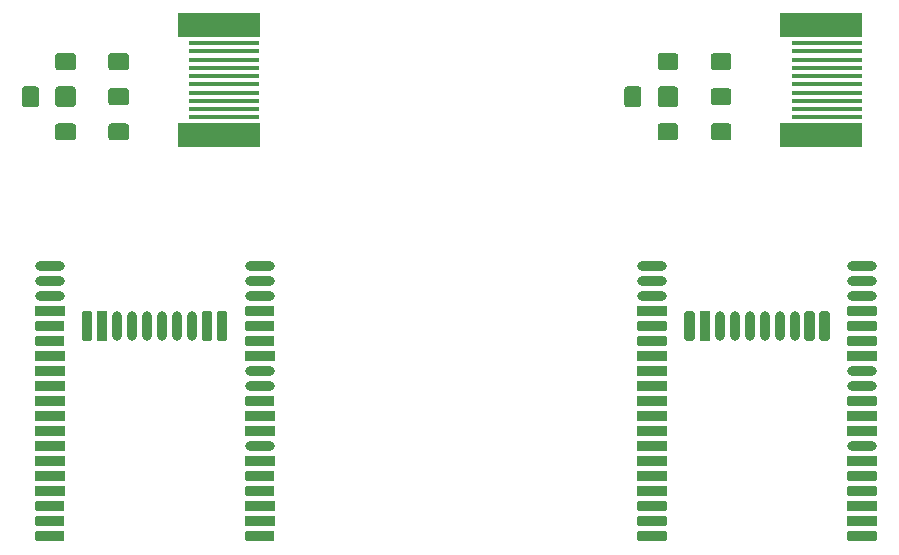
<source format=gbr>
G04 #@! TF.GenerationSoftware,KiCad,Pcbnew,5.0.2+dfsg1-1*
G04 #@! TF.CreationDate,2020-08-23T11:53:46+02:00*
G04 #@! TF.ProjectId,badge,62616467-652e-46b6-9963-61645f706362,rev?*
G04 #@! TF.SameCoordinates,Original*
G04 #@! TF.FileFunction,Paste,Bot*
G04 #@! TF.FilePolarity,Positive*
%FSLAX46Y46*%
G04 Gerber Fmt 4.6, Leading zero omitted, Abs format (unit mm)*
G04 Created by KiCad (PCBNEW 5.0.2+dfsg1-1) date Sun 23 Aug 2020 11:53:46 AM CEST*
%MOMM*%
%LPD*%
G01*
G04 APERTURE LIST*
%ADD10C,0.100000*%
%ADD11C,1.425000*%
%ADD12C,1.750000*%
%ADD13C,1.426000*%
%ADD14R,6.000000X0.400000*%
%ADD15R,7.000000X2.000000*%
%ADD16C,0.900000*%
%ADD17R,2.500000X0.900000*%
%ADD18O,2.500000X0.900000*%
%ADD19R,0.900000X2.500000*%
%ADD20O,0.900000X2.500000*%
G04 APERTURE END LIST*
D10*
G04 #@! TO.C,U7*
G36*
X112550069Y-118388701D02*
X112574276Y-118392292D01*
X112598015Y-118398238D01*
X112621057Y-118406482D01*
X112643180Y-118416946D01*
X112664171Y-118429527D01*
X112683827Y-118444105D01*
X112701960Y-118460540D01*
X112718395Y-118478673D01*
X112732973Y-118498329D01*
X112745554Y-118519320D01*
X112756018Y-118541443D01*
X112764262Y-118564485D01*
X112770208Y-118588224D01*
X112773799Y-118612431D01*
X112775000Y-118636874D01*
X112775000Y-119563126D01*
X112773799Y-119587569D01*
X112770208Y-119611776D01*
X112764262Y-119635515D01*
X112756018Y-119658557D01*
X112745554Y-119680680D01*
X112732973Y-119701671D01*
X112718395Y-119721327D01*
X112701960Y-119739460D01*
X112683827Y-119755895D01*
X112664171Y-119770473D01*
X112643180Y-119783054D01*
X112621057Y-119793518D01*
X112598015Y-119801762D01*
X112574276Y-119807708D01*
X112550069Y-119811299D01*
X112525626Y-119812500D01*
X111274374Y-119812500D01*
X111249931Y-119811299D01*
X111225724Y-119807708D01*
X111201985Y-119801762D01*
X111178943Y-119793518D01*
X111156820Y-119783054D01*
X111135829Y-119770473D01*
X111116173Y-119755895D01*
X111098040Y-119739460D01*
X111081605Y-119721327D01*
X111067027Y-119701671D01*
X111054446Y-119680680D01*
X111043982Y-119658557D01*
X111035738Y-119635515D01*
X111029792Y-119611776D01*
X111026201Y-119587569D01*
X111025000Y-119563126D01*
X111025000Y-118636874D01*
X111026201Y-118612431D01*
X111029792Y-118588224D01*
X111035738Y-118564485D01*
X111043982Y-118541443D01*
X111054446Y-118519320D01*
X111067027Y-118498329D01*
X111081605Y-118478673D01*
X111098040Y-118460540D01*
X111116173Y-118444105D01*
X111135829Y-118429527D01*
X111156820Y-118416946D01*
X111178943Y-118406482D01*
X111201985Y-118398238D01*
X111225724Y-118392292D01*
X111249931Y-118388701D01*
X111274374Y-118387500D01*
X112525626Y-118387500D01*
X112550069Y-118388701D01*
X112550069Y-118388701D01*
G37*
D11*
X111900000Y-119100000D03*
D10*
G36*
X112550069Y-121363701D02*
X112574276Y-121367292D01*
X112598015Y-121373238D01*
X112621057Y-121381482D01*
X112643180Y-121391946D01*
X112664171Y-121404527D01*
X112683827Y-121419105D01*
X112701960Y-121435540D01*
X112718395Y-121453673D01*
X112732973Y-121473329D01*
X112745554Y-121494320D01*
X112756018Y-121516443D01*
X112764262Y-121539485D01*
X112770208Y-121563224D01*
X112773799Y-121587431D01*
X112775000Y-121611874D01*
X112775000Y-122538126D01*
X112773799Y-122562569D01*
X112770208Y-122586776D01*
X112764262Y-122610515D01*
X112756018Y-122633557D01*
X112745554Y-122655680D01*
X112732973Y-122676671D01*
X112718395Y-122696327D01*
X112701960Y-122714460D01*
X112683827Y-122730895D01*
X112664171Y-122745473D01*
X112643180Y-122758054D01*
X112621057Y-122768518D01*
X112598015Y-122776762D01*
X112574276Y-122782708D01*
X112550069Y-122786299D01*
X112525626Y-122787500D01*
X111274374Y-122787500D01*
X111249931Y-122786299D01*
X111225724Y-122782708D01*
X111201985Y-122776762D01*
X111178943Y-122768518D01*
X111156820Y-122758054D01*
X111135829Y-122745473D01*
X111116173Y-122730895D01*
X111098040Y-122714460D01*
X111081605Y-122696327D01*
X111067027Y-122676671D01*
X111054446Y-122655680D01*
X111043982Y-122633557D01*
X111035738Y-122610515D01*
X111029792Y-122586776D01*
X111026201Y-122562569D01*
X111025000Y-122538126D01*
X111025000Y-121611874D01*
X111026201Y-121587431D01*
X111029792Y-121563224D01*
X111035738Y-121539485D01*
X111043982Y-121516443D01*
X111054446Y-121494320D01*
X111067027Y-121473329D01*
X111081605Y-121453673D01*
X111098040Y-121435540D01*
X111116173Y-121419105D01*
X111135829Y-121404527D01*
X111156820Y-121391946D01*
X111178943Y-121381482D01*
X111201985Y-121373238D01*
X111225724Y-121367292D01*
X111249931Y-121363701D01*
X111274374Y-121362500D01*
X112525626Y-121362500D01*
X112550069Y-121363701D01*
X112550069Y-121363701D01*
G37*
D11*
X111900000Y-122075000D03*
D10*
G36*
X112550069Y-115413701D02*
X112574276Y-115417292D01*
X112598015Y-115423238D01*
X112621057Y-115431482D01*
X112643180Y-115441946D01*
X112664171Y-115454527D01*
X112683827Y-115469105D01*
X112701960Y-115485540D01*
X112718395Y-115503673D01*
X112732973Y-115523329D01*
X112745554Y-115544320D01*
X112756018Y-115566443D01*
X112764262Y-115589485D01*
X112770208Y-115613224D01*
X112773799Y-115637431D01*
X112775000Y-115661874D01*
X112775000Y-116588126D01*
X112773799Y-116612569D01*
X112770208Y-116636776D01*
X112764262Y-116660515D01*
X112756018Y-116683557D01*
X112745554Y-116705680D01*
X112732973Y-116726671D01*
X112718395Y-116746327D01*
X112701960Y-116764460D01*
X112683827Y-116780895D01*
X112664171Y-116795473D01*
X112643180Y-116808054D01*
X112621057Y-116818518D01*
X112598015Y-116826762D01*
X112574276Y-116832708D01*
X112550069Y-116836299D01*
X112525626Y-116837500D01*
X111274374Y-116837500D01*
X111249931Y-116836299D01*
X111225724Y-116832708D01*
X111201985Y-116826762D01*
X111178943Y-116818518D01*
X111156820Y-116808054D01*
X111135829Y-116795473D01*
X111116173Y-116780895D01*
X111098040Y-116764460D01*
X111081605Y-116746327D01*
X111067027Y-116726671D01*
X111054446Y-116705680D01*
X111043982Y-116683557D01*
X111035738Y-116660515D01*
X111029792Y-116636776D01*
X111026201Y-116612569D01*
X111025000Y-116588126D01*
X111025000Y-115661874D01*
X111026201Y-115637431D01*
X111029792Y-115613224D01*
X111035738Y-115589485D01*
X111043982Y-115566443D01*
X111054446Y-115544320D01*
X111067027Y-115523329D01*
X111081605Y-115503673D01*
X111098040Y-115485540D01*
X111116173Y-115469105D01*
X111135829Y-115454527D01*
X111156820Y-115441946D01*
X111178943Y-115431482D01*
X111201985Y-115423238D01*
X111225724Y-115417292D01*
X111249931Y-115413701D01*
X111274374Y-115412500D01*
X112525626Y-115412500D01*
X112550069Y-115413701D01*
X112550069Y-115413701D01*
G37*
D11*
X111900000Y-116125000D03*
G04 #@! TD*
D10*
G04 #@! TO.C,U8*
G36*
X107998768Y-118226475D02*
X108028496Y-118230885D01*
X108057650Y-118238187D01*
X108085947Y-118248312D01*
X108113115Y-118261162D01*
X108138893Y-118276612D01*
X108163033Y-118294516D01*
X108185301Y-118314699D01*
X108205484Y-118336967D01*
X108223388Y-118361107D01*
X108238838Y-118386885D01*
X108251688Y-118414053D01*
X108261813Y-118442350D01*
X108269115Y-118471504D01*
X108273525Y-118501232D01*
X108275000Y-118531250D01*
X108275000Y-119668750D01*
X108273525Y-119698768D01*
X108269115Y-119728496D01*
X108261813Y-119757650D01*
X108251688Y-119785947D01*
X108238838Y-119813115D01*
X108223388Y-119838893D01*
X108205484Y-119863033D01*
X108185301Y-119885301D01*
X108163033Y-119905484D01*
X108138893Y-119923388D01*
X108113115Y-119938838D01*
X108085947Y-119951688D01*
X108057650Y-119961813D01*
X108028496Y-119969115D01*
X107998768Y-119973525D01*
X107968750Y-119975000D01*
X106831250Y-119975000D01*
X106801232Y-119973525D01*
X106771504Y-119969115D01*
X106742350Y-119961813D01*
X106714053Y-119951688D01*
X106686885Y-119938838D01*
X106661107Y-119923388D01*
X106636967Y-119905484D01*
X106614699Y-119885301D01*
X106594516Y-119863033D01*
X106576612Y-119838893D01*
X106561162Y-119813115D01*
X106548312Y-119785947D01*
X106538187Y-119757650D01*
X106530885Y-119728496D01*
X106526475Y-119698768D01*
X106525000Y-119668750D01*
X106525000Y-118531250D01*
X106526475Y-118501232D01*
X106530885Y-118471504D01*
X106538187Y-118442350D01*
X106548312Y-118414053D01*
X106561162Y-118386885D01*
X106576612Y-118361107D01*
X106594516Y-118336967D01*
X106614699Y-118314699D01*
X106636967Y-118294516D01*
X106661107Y-118276612D01*
X106686885Y-118261162D01*
X106714053Y-118248312D01*
X106742350Y-118238187D01*
X106771504Y-118230885D01*
X106801232Y-118226475D01*
X106831250Y-118225000D01*
X107968750Y-118225000D01*
X107998768Y-118226475D01*
X107998768Y-118226475D01*
G37*
D12*
X107400000Y-119100000D03*
D10*
G36*
X108050069Y-121363701D02*
X108074276Y-121367292D01*
X108098015Y-121373238D01*
X108121057Y-121381482D01*
X108143180Y-121391946D01*
X108164171Y-121404527D01*
X108183827Y-121419105D01*
X108201960Y-121435540D01*
X108218395Y-121453673D01*
X108232973Y-121473329D01*
X108245554Y-121494320D01*
X108256018Y-121516443D01*
X108264262Y-121539485D01*
X108270208Y-121563224D01*
X108273799Y-121587431D01*
X108275000Y-121611874D01*
X108275000Y-122538126D01*
X108273799Y-122562569D01*
X108270208Y-122586776D01*
X108264262Y-122610515D01*
X108256018Y-122633557D01*
X108245554Y-122655680D01*
X108232973Y-122676671D01*
X108218395Y-122696327D01*
X108201960Y-122714460D01*
X108183827Y-122730895D01*
X108164171Y-122745473D01*
X108143180Y-122758054D01*
X108121057Y-122768518D01*
X108098015Y-122776762D01*
X108074276Y-122782708D01*
X108050069Y-122786299D01*
X108025626Y-122787500D01*
X106774374Y-122787500D01*
X106749931Y-122786299D01*
X106725724Y-122782708D01*
X106701985Y-122776762D01*
X106678943Y-122768518D01*
X106656820Y-122758054D01*
X106635829Y-122745473D01*
X106616173Y-122730895D01*
X106598040Y-122714460D01*
X106581605Y-122696327D01*
X106567027Y-122676671D01*
X106554446Y-122655680D01*
X106543982Y-122633557D01*
X106535738Y-122610515D01*
X106529792Y-122586776D01*
X106526201Y-122562569D01*
X106525000Y-122538126D01*
X106525000Y-121611874D01*
X106526201Y-121587431D01*
X106529792Y-121563224D01*
X106535738Y-121539485D01*
X106543982Y-121516443D01*
X106554446Y-121494320D01*
X106567027Y-121473329D01*
X106581605Y-121453673D01*
X106598040Y-121435540D01*
X106616173Y-121419105D01*
X106635829Y-121404527D01*
X106656820Y-121391946D01*
X106678943Y-121381482D01*
X106701985Y-121373238D01*
X106725724Y-121367292D01*
X106749931Y-121363701D01*
X106774374Y-121362500D01*
X108025626Y-121362500D01*
X108050069Y-121363701D01*
X108050069Y-121363701D01*
G37*
D11*
X107400000Y-122075000D03*
D10*
G36*
X104912569Y-118226201D02*
X104936776Y-118229792D01*
X104960515Y-118235738D01*
X104983557Y-118243982D01*
X105005680Y-118254446D01*
X105026671Y-118267027D01*
X105046327Y-118281605D01*
X105064460Y-118298040D01*
X105080895Y-118316173D01*
X105095473Y-118335829D01*
X105108054Y-118356820D01*
X105118518Y-118378943D01*
X105126762Y-118401985D01*
X105132708Y-118425724D01*
X105136299Y-118449931D01*
X105137500Y-118474374D01*
X105137500Y-119725626D01*
X105136299Y-119750069D01*
X105132708Y-119774276D01*
X105126762Y-119798015D01*
X105118518Y-119821057D01*
X105108054Y-119843180D01*
X105095473Y-119864171D01*
X105080895Y-119883827D01*
X105064460Y-119901960D01*
X105046327Y-119918395D01*
X105026671Y-119932973D01*
X105005680Y-119945554D01*
X104983557Y-119956018D01*
X104960515Y-119964262D01*
X104936776Y-119970208D01*
X104912569Y-119973799D01*
X104888126Y-119975000D01*
X103961874Y-119975000D01*
X103937431Y-119973799D01*
X103913224Y-119970208D01*
X103889485Y-119964262D01*
X103866443Y-119956018D01*
X103844320Y-119945554D01*
X103823329Y-119932973D01*
X103803673Y-119918395D01*
X103785540Y-119901960D01*
X103769105Y-119883827D01*
X103754527Y-119864171D01*
X103741946Y-119843180D01*
X103731482Y-119821057D01*
X103723238Y-119798015D01*
X103717292Y-119774276D01*
X103713701Y-119750069D01*
X103712500Y-119725626D01*
X103712500Y-118474374D01*
X103713701Y-118449931D01*
X103717292Y-118425724D01*
X103723238Y-118401985D01*
X103731482Y-118378943D01*
X103741946Y-118356820D01*
X103754527Y-118335829D01*
X103769105Y-118316173D01*
X103785540Y-118298040D01*
X103803673Y-118281605D01*
X103823329Y-118267027D01*
X103844320Y-118254446D01*
X103866443Y-118243982D01*
X103889485Y-118235738D01*
X103913224Y-118229792D01*
X103937431Y-118226201D01*
X103961874Y-118225000D01*
X104888126Y-118225000D01*
X104912569Y-118226201D01*
X104912569Y-118226201D01*
G37*
D11*
X104425000Y-119100000D03*
D10*
G36*
X108049911Y-115413202D02*
X108074136Y-115416795D01*
X108097891Y-115422745D01*
X108120949Y-115430996D01*
X108143088Y-115441466D01*
X108164093Y-115454057D01*
X108183763Y-115468645D01*
X108201909Y-115485091D01*
X108218355Y-115503237D01*
X108232943Y-115522907D01*
X108245534Y-115543912D01*
X108256004Y-115566051D01*
X108264255Y-115589109D01*
X108270205Y-115612864D01*
X108273798Y-115637089D01*
X108275000Y-115661549D01*
X108275000Y-116588451D01*
X108273798Y-116612911D01*
X108270205Y-116637136D01*
X108264255Y-116660891D01*
X108256004Y-116683949D01*
X108245534Y-116706088D01*
X108232943Y-116727093D01*
X108218355Y-116746763D01*
X108201909Y-116764909D01*
X108183763Y-116781355D01*
X108164093Y-116795943D01*
X108143088Y-116808534D01*
X108120949Y-116819004D01*
X108097891Y-116827255D01*
X108074136Y-116833205D01*
X108049911Y-116836798D01*
X108025451Y-116838000D01*
X106774549Y-116838000D01*
X106750089Y-116836798D01*
X106725864Y-116833205D01*
X106702109Y-116827255D01*
X106679051Y-116819004D01*
X106656912Y-116808534D01*
X106635907Y-116795943D01*
X106616237Y-116781355D01*
X106598091Y-116764909D01*
X106581645Y-116746763D01*
X106567057Y-116727093D01*
X106554466Y-116706088D01*
X106543996Y-116683949D01*
X106535745Y-116660891D01*
X106529795Y-116637136D01*
X106526202Y-116612911D01*
X106525000Y-116588451D01*
X106525000Y-115661549D01*
X106526202Y-115637089D01*
X106529795Y-115612864D01*
X106535745Y-115589109D01*
X106543996Y-115566051D01*
X106554466Y-115543912D01*
X106567057Y-115522907D01*
X106581645Y-115503237D01*
X106598091Y-115485091D01*
X106616237Y-115468645D01*
X106635907Y-115454057D01*
X106656912Y-115441466D01*
X106679051Y-115430996D01*
X106702109Y-115422745D01*
X106725864Y-115416795D01*
X106750089Y-115413202D01*
X106774549Y-115412000D01*
X108025451Y-115412000D01*
X108049911Y-115413202D01*
X108049911Y-115413202D01*
G37*
D13*
X107400000Y-116125000D03*
G04 #@! TD*
D14*
G04 #@! TO.C,U9*
X120853290Y-114552799D03*
X120853290Y-115252799D03*
X120853290Y-115952799D03*
X120853290Y-116652799D03*
X120853290Y-117352799D03*
X120853290Y-118052799D03*
X120853290Y-118752799D03*
X120853290Y-119452799D03*
X120853290Y-120152799D03*
D15*
X120353290Y-113052799D03*
D14*
X120853290Y-120852799D03*
D15*
X120353290Y-122352799D03*
G04 #@! TD*
D10*
G04 #@! TO.C,U6*
G36*
X107102054Y-155831083D02*
X107123895Y-155834323D01*
X107145314Y-155839688D01*
X107166104Y-155847127D01*
X107186064Y-155856568D01*
X107205003Y-155867919D01*
X107222738Y-155881073D01*
X107239099Y-155895901D01*
X107253927Y-155912262D01*
X107267081Y-155929997D01*
X107278432Y-155948936D01*
X107287873Y-155968896D01*
X107295312Y-155989686D01*
X107300677Y-156011105D01*
X107303917Y-156032946D01*
X107305000Y-156055000D01*
X107305000Y-156505000D01*
X107303917Y-156527054D01*
X107300677Y-156548895D01*
X107295312Y-156570314D01*
X107287873Y-156591104D01*
X107278432Y-156611064D01*
X107267081Y-156630003D01*
X107253927Y-156647738D01*
X107239099Y-156664099D01*
X107222738Y-156678927D01*
X107205003Y-156692081D01*
X107186064Y-156703432D01*
X107166104Y-156712873D01*
X107145314Y-156720312D01*
X107123895Y-156725677D01*
X107102054Y-156728917D01*
X107080000Y-156730000D01*
X105030000Y-156730000D01*
X105007946Y-156728917D01*
X104986105Y-156725677D01*
X104964686Y-156720312D01*
X104943896Y-156712873D01*
X104923936Y-156703432D01*
X104904997Y-156692081D01*
X104887262Y-156678927D01*
X104870901Y-156664099D01*
X104856073Y-156647738D01*
X104842919Y-156630003D01*
X104831568Y-156611064D01*
X104822127Y-156591104D01*
X104814688Y-156570314D01*
X104809323Y-156548895D01*
X104806083Y-156527054D01*
X104805000Y-156505000D01*
X104805000Y-156055000D01*
X104806083Y-156032946D01*
X104809323Y-156011105D01*
X104814688Y-155989686D01*
X104822127Y-155968896D01*
X104831568Y-155948936D01*
X104842919Y-155929997D01*
X104856073Y-155912262D01*
X104870901Y-155895901D01*
X104887262Y-155881073D01*
X104904997Y-155867919D01*
X104923936Y-155856568D01*
X104943896Y-155847127D01*
X104964686Y-155839688D01*
X104986105Y-155834323D01*
X105007946Y-155831083D01*
X105030000Y-155830000D01*
X107080000Y-155830000D01*
X107102054Y-155831083D01*
X107102054Y-155831083D01*
G37*
D16*
X106055000Y-156280000D03*
D10*
G36*
X107102054Y-154561083D02*
X107123895Y-154564323D01*
X107145314Y-154569688D01*
X107166104Y-154577127D01*
X107186064Y-154586568D01*
X107205003Y-154597919D01*
X107222738Y-154611073D01*
X107239099Y-154625901D01*
X107253927Y-154642262D01*
X107267081Y-154659997D01*
X107278432Y-154678936D01*
X107287873Y-154698896D01*
X107295312Y-154719686D01*
X107300677Y-154741105D01*
X107303917Y-154762946D01*
X107305000Y-154785000D01*
X107305000Y-155235000D01*
X107303917Y-155257054D01*
X107300677Y-155278895D01*
X107295312Y-155300314D01*
X107287873Y-155321104D01*
X107278432Y-155341064D01*
X107267081Y-155360003D01*
X107253927Y-155377738D01*
X107239099Y-155394099D01*
X107222738Y-155408927D01*
X107205003Y-155422081D01*
X107186064Y-155433432D01*
X107166104Y-155442873D01*
X107145314Y-155450312D01*
X107123895Y-155455677D01*
X107102054Y-155458917D01*
X107080000Y-155460000D01*
X105030000Y-155460000D01*
X105007946Y-155458917D01*
X104986105Y-155455677D01*
X104964686Y-155450312D01*
X104943896Y-155442873D01*
X104923936Y-155433432D01*
X104904997Y-155422081D01*
X104887262Y-155408927D01*
X104870901Y-155394099D01*
X104856073Y-155377738D01*
X104842919Y-155360003D01*
X104831568Y-155341064D01*
X104822127Y-155321104D01*
X104814688Y-155300314D01*
X104809323Y-155278895D01*
X104806083Y-155257054D01*
X104805000Y-155235000D01*
X104805000Y-154785000D01*
X104806083Y-154762946D01*
X104809323Y-154741105D01*
X104814688Y-154719686D01*
X104822127Y-154698896D01*
X104831568Y-154678936D01*
X104842919Y-154659997D01*
X104856073Y-154642262D01*
X104870901Y-154625901D01*
X104887262Y-154611073D01*
X104904997Y-154597919D01*
X104923936Y-154586568D01*
X104943896Y-154577127D01*
X104964686Y-154569688D01*
X104986105Y-154564323D01*
X105007946Y-154561083D01*
X105030000Y-154560000D01*
X107080000Y-154560000D01*
X107102054Y-154561083D01*
X107102054Y-154561083D01*
G37*
D16*
X106055000Y-155010000D03*
D10*
G36*
X107102054Y-153291083D02*
X107123895Y-153294323D01*
X107145314Y-153299688D01*
X107166104Y-153307127D01*
X107186064Y-153316568D01*
X107205003Y-153327919D01*
X107222738Y-153341073D01*
X107239099Y-153355901D01*
X107253927Y-153372262D01*
X107267081Y-153389997D01*
X107278432Y-153408936D01*
X107287873Y-153428896D01*
X107295312Y-153449686D01*
X107300677Y-153471105D01*
X107303917Y-153492946D01*
X107305000Y-153515000D01*
X107305000Y-153965000D01*
X107303917Y-153987054D01*
X107300677Y-154008895D01*
X107295312Y-154030314D01*
X107287873Y-154051104D01*
X107278432Y-154071064D01*
X107267081Y-154090003D01*
X107253927Y-154107738D01*
X107239099Y-154124099D01*
X107222738Y-154138927D01*
X107205003Y-154152081D01*
X107186064Y-154163432D01*
X107166104Y-154172873D01*
X107145314Y-154180312D01*
X107123895Y-154185677D01*
X107102054Y-154188917D01*
X107080000Y-154190000D01*
X105030000Y-154190000D01*
X105007946Y-154188917D01*
X104986105Y-154185677D01*
X104964686Y-154180312D01*
X104943896Y-154172873D01*
X104923936Y-154163432D01*
X104904997Y-154152081D01*
X104887262Y-154138927D01*
X104870901Y-154124099D01*
X104856073Y-154107738D01*
X104842919Y-154090003D01*
X104831568Y-154071064D01*
X104822127Y-154051104D01*
X104814688Y-154030314D01*
X104809323Y-154008895D01*
X104806083Y-153987054D01*
X104805000Y-153965000D01*
X104805000Y-153515000D01*
X104806083Y-153492946D01*
X104809323Y-153471105D01*
X104814688Y-153449686D01*
X104822127Y-153428896D01*
X104831568Y-153408936D01*
X104842919Y-153389997D01*
X104856073Y-153372262D01*
X104870901Y-153355901D01*
X104887262Y-153341073D01*
X104904997Y-153327919D01*
X104923936Y-153316568D01*
X104943896Y-153307127D01*
X104964686Y-153299688D01*
X104986105Y-153294323D01*
X105007946Y-153291083D01*
X105030000Y-153290000D01*
X107080000Y-153290000D01*
X107102054Y-153291083D01*
X107102054Y-153291083D01*
G37*
D16*
X106055000Y-153740000D03*
D17*
X106055000Y-152470000D03*
X106055000Y-151200000D03*
X106055000Y-149930000D03*
X106055000Y-148660000D03*
X106055000Y-147390000D03*
X106055000Y-144850000D03*
X106055000Y-146120000D03*
X106055000Y-143580000D03*
X106055000Y-142310000D03*
X106055000Y-141040000D03*
D10*
G36*
X107102054Y-139321083D02*
X107123895Y-139324323D01*
X107145314Y-139329688D01*
X107166104Y-139337127D01*
X107186064Y-139346568D01*
X107205003Y-139357919D01*
X107222738Y-139371073D01*
X107239099Y-139385901D01*
X107253927Y-139402262D01*
X107267081Y-139419997D01*
X107278432Y-139438936D01*
X107287873Y-139458896D01*
X107295312Y-139479686D01*
X107300677Y-139501105D01*
X107303917Y-139522946D01*
X107305000Y-139545000D01*
X107305000Y-139995000D01*
X107303917Y-140017054D01*
X107300677Y-140038895D01*
X107295312Y-140060314D01*
X107287873Y-140081104D01*
X107278432Y-140101064D01*
X107267081Y-140120003D01*
X107253927Y-140137738D01*
X107239099Y-140154099D01*
X107222738Y-140168927D01*
X107205003Y-140182081D01*
X107186064Y-140193432D01*
X107166104Y-140202873D01*
X107145314Y-140210312D01*
X107123895Y-140215677D01*
X107102054Y-140218917D01*
X107080000Y-140220000D01*
X105030000Y-140220000D01*
X105007946Y-140218917D01*
X104986105Y-140215677D01*
X104964686Y-140210312D01*
X104943896Y-140202873D01*
X104923936Y-140193432D01*
X104904997Y-140182081D01*
X104887262Y-140168927D01*
X104870901Y-140154099D01*
X104856073Y-140137738D01*
X104842919Y-140120003D01*
X104831568Y-140101064D01*
X104822127Y-140081104D01*
X104814688Y-140060314D01*
X104809323Y-140038895D01*
X104806083Y-140017054D01*
X104805000Y-139995000D01*
X104805000Y-139545000D01*
X104806083Y-139522946D01*
X104809323Y-139501105D01*
X104814688Y-139479686D01*
X104822127Y-139458896D01*
X104831568Y-139438936D01*
X104842919Y-139419997D01*
X104856073Y-139402262D01*
X104870901Y-139385901D01*
X104887262Y-139371073D01*
X104904997Y-139357919D01*
X104923936Y-139346568D01*
X104943896Y-139337127D01*
X104964686Y-139329688D01*
X104986105Y-139324323D01*
X105007946Y-139321083D01*
X105030000Y-139320000D01*
X107080000Y-139320000D01*
X107102054Y-139321083D01*
X107102054Y-139321083D01*
G37*
D16*
X106055000Y-139770000D03*
D10*
G36*
X107102054Y-138051083D02*
X107123895Y-138054323D01*
X107145314Y-138059688D01*
X107166104Y-138067127D01*
X107186064Y-138076568D01*
X107205003Y-138087919D01*
X107222738Y-138101073D01*
X107239099Y-138115901D01*
X107253927Y-138132262D01*
X107267081Y-138149997D01*
X107278432Y-138168936D01*
X107287873Y-138188896D01*
X107295312Y-138209686D01*
X107300677Y-138231105D01*
X107303917Y-138252946D01*
X107305000Y-138275000D01*
X107305000Y-138725000D01*
X107303917Y-138747054D01*
X107300677Y-138768895D01*
X107295312Y-138790314D01*
X107287873Y-138811104D01*
X107278432Y-138831064D01*
X107267081Y-138850003D01*
X107253927Y-138867738D01*
X107239099Y-138884099D01*
X107222738Y-138898927D01*
X107205003Y-138912081D01*
X107186064Y-138923432D01*
X107166104Y-138932873D01*
X107145314Y-138940312D01*
X107123895Y-138945677D01*
X107102054Y-138948917D01*
X107080000Y-138950000D01*
X105030000Y-138950000D01*
X105007946Y-138948917D01*
X104986105Y-138945677D01*
X104964686Y-138940312D01*
X104943896Y-138932873D01*
X104923936Y-138923432D01*
X104904997Y-138912081D01*
X104887262Y-138898927D01*
X104870901Y-138884099D01*
X104856073Y-138867738D01*
X104842919Y-138850003D01*
X104831568Y-138831064D01*
X104822127Y-138811104D01*
X104814688Y-138790314D01*
X104809323Y-138768895D01*
X104806083Y-138747054D01*
X104805000Y-138725000D01*
X104805000Y-138275000D01*
X104806083Y-138252946D01*
X104809323Y-138231105D01*
X104814688Y-138209686D01*
X104822127Y-138188896D01*
X104831568Y-138168936D01*
X104842919Y-138149997D01*
X104856073Y-138132262D01*
X104870901Y-138115901D01*
X104887262Y-138101073D01*
X104904997Y-138087919D01*
X104923936Y-138076568D01*
X104943896Y-138067127D01*
X104964686Y-138059688D01*
X104986105Y-138054323D01*
X105007946Y-138051083D01*
X105030000Y-138050000D01*
X107080000Y-138050000D01*
X107102054Y-138051083D01*
X107102054Y-138051083D01*
G37*
D16*
X106055000Y-138500000D03*
D17*
X106055000Y-137230000D03*
D18*
X106055000Y-134690000D03*
X106055000Y-135960000D03*
X106055000Y-133420000D03*
X123835000Y-133420000D03*
X123835000Y-134690000D03*
X123835000Y-135960000D03*
D10*
G36*
X124882054Y-136781083D02*
X124903895Y-136784323D01*
X124925314Y-136789688D01*
X124946104Y-136797127D01*
X124966064Y-136806568D01*
X124985003Y-136817919D01*
X125002738Y-136831073D01*
X125019099Y-136845901D01*
X125033927Y-136862262D01*
X125047081Y-136879997D01*
X125058432Y-136898936D01*
X125067873Y-136918896D01*
X125075312Y-136939686D01*
X125080677Y-136961105D01*
X125083917Y-136982946D01*
X125085000Y-137005000D01*
X125085000Y-137455000D01*
X125083917Y-137477054D01*
X125080677Y-137498895D01*
X125075312Y-137520314D01*
X125067873Y-137541104D01*
X125058432Y-137561064D01*
X125047081Y-137580003D01*
X125033927Y-137597738D01*
X125019099Y-137614099D01*
X125002738Y-137628927D01*
X124985003Y-137642081D01*
X124966064Y-137653432D01*
X124946104Y-137662873D01*
X124925314Y-137670312D01*
X124903895Y-137675677D01*
X124882054Y-137678917D01*
X124860000Y-137680000D01*
X122810000Y-137680000D01*
X122787946Y-137678917D01*
X122766105Y-137675677D01*
X122744686Y-137670312D01*
X122723896Y-137662873D01*
X122703936Y-137653432D01*
X122684997Y-137642081D01*
X122667262Y-137628927D01*
X122650901Y-137614099D01*
X122636073Y-137597738D01*
X122622919Y-137580003D01*
X122611568Y-137561064D01*
X122602127Y-137541104D01*
X122594688Y-137520314D01*
X122589323Y-137498895D01*
X122586083Y-137477054D01*
X122585000Y-137455000D01*
X122585000Y-137005000D01*
X122586083Y-136982946D01*
X122589323Y-136961105D01*
X122594688Y-136939686D01*
X122602127Y-136918896D01*
X122611568Y-136898936D01*
X122622919Y-136879997D01*
X122636073Y-136862262D01*
X122650901Y-136845901D01*
X122667262Y-136831073D01*
X122684997Y-136817919D01*
X122703936Y-136806568D01*
X122723896Y-136797127D01*
X122744686Y-136789688D01*
X122766105Y-136784323D01*
X122787946Y-136781083D01*
X122810000Y-136780000D01*
X124860000Y-136780000D01*
X124882054Y-136781083D01*
X124882054Y-136781083D01*
G37*
D16*
X123835000Y-137230000D03*
D10*
G36*
X124882054Y-138051083D02*
X124903895Y-138054323D01*
X124925314Y-138059688D01*
X124946104Y-138067127D01*
X124966064Y-138076568D01*
X124985003Y-138087919D01*
X125002738Y-138101073D01*
X125019099Y-138115901D01*
X125033927Y-138132262D01*
X125047081Y-138149997D01*
X125058432Y-138168936D01*
X125067873Y-138188896D01*
X125075312Y-138209686D01*
X125080677Y-138231105D01*
X125083917Y-138252946D01*
X125085000Y-138275000D01*
X125085000Y-138725000D01*
X125083917Y-138747054D01*
X125080677Y-138768895D01*
X125075312Y-138790314D01*
X125067873Y-138811104D01*
X125058432Y-138831064D01*
X125047081Y-138850003D01*
X125033927Y-138867738D01*
X125019099Y-138884099D01*
X125002738Y-138898927D01*
X124985003Y-138912081D01*
X124966064Y-138923432D01*
X124946104Y-138932873D01*
X124925314Y-138940312D01*
X124903895Y-138945677D01*
X124882054Y-138948917D01*
X124860000Y-138950000D01*
X122810000Y-138950000D01*
X122787946Y-138948917D01*
X122766105Y-138945677D01*
X122744686Y-138940312D01*
X122723896Y-138932873D01*
X122703936Y-138923432D01*
X122684997Y-138912081D01*
X122667262Y-138898927D01*
X122650901Y-138884099D01*
X122636073Y-138867738D01*
X122622919Y-138850003D01*
X122611568Y-138831064D01*
X122602127Y-138811104D01*
X122594688Y-138790314D01*
X122589323Y-138768895D01*
X122586083Y-138747054D01*
X122585000Y-138725000D01*
X122585000Y-138275000D01*
X122586083Y-138252946D01*
X122589323Y-138231105D01*
X122594688Y-138209686D01*
X122602127Y-138188896D01*
X122611568Y-138168936D01*
X122622919Y-138149997D01*
X122636073Y-138132262D01*
X122650901Y-138115901D01*
X122667262Y-138101073D01*
X122684997Y-138087919D01*
X122703936Y-138076568D01*
X122723896Y-138067127D01*
X122744686Y-138059688D01*
X122766105Y-138054323D01*
X122787946Y-138051083D01*
X122810000Y-138050000D01*
X124860000Y-138050000D01*
X124882054Y-138051083D01*
X124882054Y-138051083D01*
G37*
D16*
X123835000Y-138500000D03*
D10*
G36*
X124882054Y-139321083D02*
X124903895Y-139324323D01*
X124925314Y-139329688D01*
X124946104Y-139337127D01*
X124966064Y-139346568D01*
X124985003Y-139357919D01*
X125002738Y-139371073D01*
X125019099Y-139385901D01*
X125033927Y-139402262D01*
X125047081Y-139419997D01*
X125058432Y-139438936D01*
X125067873Y-139458896D01*
X125075312Y-139479686D01*
X125080677Y-139501105D01*
X125083917Y-139522946D01*
X125085000Y-139545000D01*
X125085000Y-139995000D01*
X125083917Y-140017054D01*
X125080677Y-140038895D01*
X125075312Y-140060314D01*
X125067873Y-140081104D01*
X125058432Y-140101064D01*
X125047081Y-140120003D01*
X125033927Y-140137738D01*
X125019099Y-140154099D01*
X125002738Y-140168927D01*
X124985003Y-140182081D01*
X124966064Y-140193432D01*
X124946104Y-140202873D01*
X124925314Y-140210312D01*
X124903895Y-140215677D01*
X124882054Y-140218917D01*
X124860000Y-140220000D01*
X122810000Y-140220000D01*
X122787946Y-140218917D01*
X122766105Y-140215677D01*
X122744686Y-140210312D01*
X122723896Y-140202873D01*
X122703936Y-140193432D01*
X122684997Y-140182081D01*
X122667262Y-140168927D01*
X122650901Y-140154099D01*
X122636073Y-140137738D01*
X122622919Y-140120003D01*
X122611568Y-140101064D01*
X122602127Y-140081104D01*
X122594688Y-140060314D01*
X122589323Y-140038895D01*
X122586083Y-140017054D01*
X122585000Y-139995000D01*
X122585000Y-139545000D01*
X122586083Y-139522946D01*
X122589323Y-139501105D01*
X122594688Y-139479686D01*
X122602127Y-139458896D01*
X122611568Y-139438936D01*
X122622919Y-139419997D01*
X122636073Y-139402262D01*
X122650901Y-139385901D01*
X122667262Y-139371073D01*
X122684997Y-139357919D01*
X122703936Y-139346568D01*
X122723896Y-139337127D01*
X122744686Y-139329688D01*
X122766105Y-139324323D01*
X122787946Y-139321083D01*
X122810000Y-139320000D01*
X124860000Y-139320000D01*
X124882054Y-139321083D01*
X124882054Y-139321083D01*
G37*
D16*
X123835000Y-139770000D03*
D17*
X123835000Y-141040000D03*
D18*
X123835000Y-142310000D03*
D10*
G36*
X124882054Y-144401083D02*
X124903895Y-144404323D01*
X124925314Y-144409688D01*
X124946104Y-144417127D01*
X124966064Y-144426568D01*
X124985003Y-144437919D01*
X125002738Y-144451073D01*
X125019099Y-144465901D01*
X125033927Y-144482262D01*
X125047081Y-144499997D01*
X125058432Y-144518936D01*
X125067873Y-144538896D01*
X125075312Y-144559686D01*
X125080677Y-144581105D01*
X125083917Y-144602946D01*
X125085000Y-144625000D01*
X125085000Y-145075000D01*
X125083917Y-145097054D01*
X125080677Y-145118895D01*
X125075312Y-145140314D01*
X125067873Y-145161104D01*
X125058432Y-145181064D01*
X125047081Y-145200003D01*
X125033927Y-145217738D01*
X125019099Y-145234099D01*
X125002738Y-145248927D01*
X124985003Y-145262081D01*
X124966064Y-145273432D01*
X124946104Y-145282873D01*
X124925314Y-145290312D01*
X124903895Y-145295677D01*
X124882054Y-145298917D01*
X124860000Y-145300000D01*
X122810000Y-145300000D01*
X122787946Y-145298917D01*
X122766105Y-145295677D01*
X122744686Y-145290312D01*
X122723896Y-145282873D01*
X122703936Y-145273432D01*
X122684997Y-145262081D01*
X122667262Y-145248927D01*
X122650901Y-145234099D01*
X122636073Y-145217738D01*
X122622919Y-145200003D01*
X122611568Y-145181064D01*
X122602127Y-145161104D01*
X122594688Y-145140314D01*
X122589323Y-145118895D01*
X122586083Y-145097054D01*
X122585000Y-145075000D01*
X122585000Y-144625000D01*
X122586083Y-144602946D01*
X122589323Y-144581105D01*
X122594688Y-144559686D01*
X122602127Y-144538896D01*
X122611568Y-144518936D01*
X122622919Y-144499997D01*
X122636073Y-144482262D01*
X122650901Y-144465901D01*
X122667262Y-144451073D01*
X122684997Y-144437919D01*
X122703936Y-144426568D01*
X122723896Y-144417127D01*
X122744686Y-144409688D01*
X122766105Y-144404323D01*
X122787946Y-144401083D01*
X122810000Y-144400000D01*
X124860000Y-144400000D01*
X124882054Y-144401083D01*
X124882054Y-144401083D01*
G37*
D16*
X123835000Y-144850000D03*
D18*
X123835000Y-143580000D03*
D17*
X123835000Y-146120000D03*
X123835000Y-147390000D03*
D18*
X123835000Y-148660000D03*
D17*
X123835000Y-149930000D03*
D10*
G36*
X124882054Y-152021083D02*
X124903895Y-152024323D01*
X124925314Y-152029688D01*
X124946104Y-152037127D01*
X124966064Y-152046568D01*
X124985003Y-152057919D01*
X125002738Y-152071073D01*
X125019099Y-152085901D01*
X125033927Y-152102262D01*
X125047081Y-152119997D01*
X125058432Y-152138936D01*
X125067873Y-152158896D01*
X125075312Y-152179686D01*
X125080677Y-152201105D01*
X125083917Y-152222946D01*
X125085000Y-152245000D01*
X125085000Y-152695000D01*
X125083917Y-152717054D01*
X125080677Y-152738895D01*
X125075312Y-152760314D01*
X125067873Y-152781104D01*
X125058432Y-152801064D01*
X125047081Y-152820003D01*
X125033927Y-152837738D01*
X125019099Y-152854099D01*
X125002738Y-152868927D01*
X124985003Y-152882081D01*
X124966064Y-152893432D01*
X124946104Y-152902873D01*
X124925314Y-152910312D01*
X124903895Y-152915677D01*
X124882054Y-152918917D01*
X124860000Y-152920000D01*
X122810000Y-152920000D01*
X122787946Y-152918917D01*
X122766105Y-152915677D01*
X122744686Y-152910312D01*
X122723896Y-152902873D01*
X122703936Y-152893432D01*
X122684997Y-152882081D01*
X122667262Y-152868927D01*
X122650901Y-152854099D01*
X122636073Y-152837738D01*
X122622919Y-152820003D01*
X122611568Y-152801064D01*
X122602127Y-152781104D01*
X122594688Y-152760314D01*
X122589323Y-152738895D01*
X122586083Y-152717054D01*
X122585000Y-152695000D01*
X122585000Y-152245000D01*
X122586083Y-152222946D01*
X122589323Y-152201105D01*
X122594688Y-152179686D01*
X122602127Y-152158896D01*
X122611568Y-152138936D01*
X122622919Y-152119997D01*
X122636073Y-152102262D01*
X122650901Y-152085901D01*
X122667262Y-152071073D01*
X122684997Y-152057919D01*
X122703936Y-152046568D01*
X122723896Y-152037127D01*
X122744686Y-152029688D01*
X122766105Y-152024323D01*
X122787946Y-152021083D01*
X122810000Y-152020000D01*
X124860000Y-152020000D01*
X124882054Y-152021083D01*
X124882054Y-152021083D01*
G37*
D16*
X123835000Y-152470000D03*
D10*
G36*
X124882054Y-150751083D02*
X124903895Y-150754323D01*
X124925314Y-150759688D01*
X124946104Y-150767127D01*
X124966064Y-150776568D01*
X124985003Y-150787919D01*
X125002738Y-150801073D01*
X125019099Y-150815901D01*
X125033927Y-150832262D01*
X125047081Y-150849997D01*
X125058432Y-150868936D01*
X125067873Y-150888896D01*
X125075312Y-150909686D01*
X125080677Y-150931105D01*
X125083917Y-150952946D01*
X125085000Y-150975000D01*
X125085000Y-151425000D01*
X125083917Y-151447054D01*
X125080677Y-151468895D01*
X125075312Y-151490314D01*
X125067873Y-151511104D01*
X125058432Y-151531064D01*
X125047081Y-151550003D01*
X125033927Y-151567738D01*
X125019099Y-151584099D01*
X125002738Y-151598927D01*
X124985003Y-151612081D01*
X124966064Y-151623432D01*
X124946104Y-151632873D01*
X124925314Y-151640312D01*
X124903895Y-151645677D01*
X124882054Y-151648917D01*
X124860000Y-151650000D01*
X122810000Y-151650000D01*
X122787946Y-151648917D01*
X122766105Y-151645677D01*
X122744686Y-151640312D01*
X122723896Y-151632873D01*
X122703936Y-151623432D01*
X122684997Y-151612081D01*
X122667262Y-151598927D01*
X122650901Y-151584099D01*
X122636073Y-151567738D01*
X122622919Y-151550003D01*
X122611568Y-151531064D01*
X122602127Y-151511104D01*
X122594688Y-151490314D01*
X122589323Y-151468895D01*
X122586083Y-151447054D01*
X122585000Y-151425000D01*
X122585000Y-150975000D01*
X122586083Y-150952946D01*
X122589323Y-150931105D01*
X122594688Y-150909686D01*
X122602127Y-150888896D01*
X122611568Y-150868936D01*
X122622919Y-150849997D01*
X122636073Y-150832262D01*
X122650901Y-150815901D01*
X122667262Y-150801073D01*
X122684997Y-150787919D01*
X122703936Y-150776568D01*
X122723896Y-150767127D01*
X122744686Y-150759688D01*
X122766105Y-150754323D01*
X122787946Y-150751083D01*
X122810000Y-150750000D01*
X124860000Y-150750000D01*
X124882054Y-150751083D01*
X124882054Y-150751083D01*
G37*
D16*
X123835000Y-151200000D03*
D17*
X123835000Y-153740000D03*
X123835000Y-155010000D03*
D10*
G36*
X124882054Y-155831083D02*
X124903895Y-155834323D01*
X124925314Y-155839688D01*
X124946104Y-155847127D01*
X124966064Y-155856568D01*
X124985003Y-155867919D01*
X125002738Y-155881073D01*
X125019099Y-155895901D01*
X125033927Y-155912262D01*
X125047081Y-155929997D01*
X125058432Y-155948936D01*
X125067873Y-155968896D01*
X125075312Y-155989686D01*
X125080677Y-156011105D01*
X125083917Y-156032946D01*
X125085000Y-156055000D01*
X125085000Y-156505000D01*
X125083917Y-156527054D01*
X125080677Y-156548895D01*
X125075312Y-156570314D01*
X125067873Y-156591104D01*
X125058432Y-156611064D01*
X125047081Y-156630003D01*
X125033927Y-156647738D01*
X125019099Y-156664099D01*
X125002738Y-156678927D01*
X124985003Y-156692081D01*
X124966064Y-156703432D01*
X124946104Y-156712873D01*
X124925314Y-156720312D01*
X124903895Y-156725677D01*
X124882054Y-156728917D01*
X124860000Y-156730000D01*
X122810000Y-156730000D01*
X122787946Y-156728917D01*
X122766105Y-156725677D01*
X122744686Y-156720312D01*
X122723896Y-156712873D01*
X122703936Y-156703432D01*
X122684997Y-156692081D01*
X122667262Y-156678927D01*
X122650901Y-156664099D01*
X122636073Y-156647738D01*
X122622919Y-156630003D01*
X122611568Y-156611064D01*
X122602127Y-156591104D01*
X122594688Y-156570314D01*
X122589323Y-156548895D01*
X122586083Y-156527054D01*
X122585000Y-156505000D01*
X122585000Y-156055000D01*
X122586083Y-156032946D01*
X122589323Y-156011105D01*
X122594688Y-155989686D01*
X122602127Y-155968896D01*
X122611568Y-155948936D01*
X122622919Y-155929997D01*
X122636073Y-155912262D01*
X122650901Y-155895901D01*
X122667262Y-155881073D01*
X122684997Y-155867919D01*
X122703936Y-155856568D01*
X122723896Y-155847127D01*
X122744686Y-155839688D01*
X122766105Y-155834323D01*
X122787946Y-155831083D01*
X122810000Y-155830000D01*
X124860000Y-155830000D01*
X124882054Y-155831083D01*
X124882054Y-155831083D01*
G37*
D16*
X123835000Y-156280000D03*
D10*
G36*
X109477054Y-137251083D02*
X109498895Y-137254323D01*
X109520314Y-137259688D01*
X109541104Y-137267127D01*
X109561064Y-137276568D01*
X109580003Y-137287919D01*
X109597738Y-137301073D01*
X109614099Y-137315901D01*
X109628927Y-137332262D01*
X109642081Y-137349997D01*
X109653432Y-137368936D01*
X109662873Y-137388896D01*
X109670312Y-137409686D01*
X109675677Y-137431105D01*
X109678917Y-137452946D01*
X109680000Y-137475000D01*
X109680000Y-139525000D01*
X109678917Y-139547054D01*
X109675677Y-139568895D01*
X109670312Y-139590314D01*
X109662873Y-139611104D01*
X109653432Y-139631064D01*
X109642081Y-139650003D01*
X109628927Y-139667738D01*
X109614099Y-139684099D01*
X109597738Y-139698927D01*
X109580003Y-139712081D01*
X109561064Y-139723432D01*
X109541104Y-139732873D01*
X109520314Y-139740312D01*
X109498895Y-139745677D01*
X109477054Y-139748917D01*
X109455000Y-139750000D01*
X109005000Y-139750000D01*
X108982946Y-139748917D01*
X108961105Y-139745677D01*
X108939686Y-139740312D01*
X108918896Y-139732873D01*
X108898936Y-139723432D01*
X108879997Y-139712081D01*
X108862262Y-139698927D01*
X108845901Y-139684099D01*
X108831073Y-139667738D01*
X108817919Y-139650003D01*
X108806568Y-139631064D01*
X108797127Y-139611104D01*
X108789688Y-139590314D01*
X108784323Y-139568895D01*
X108781083Y-139547054D01*
X108780000Y-139525000D01*
X108780000Y-137475000D01*
X108781083Y-137452946D01*
X108784323Y-137431105D01*
X108789688Y-137409686D01*
X108797127Y-137388896D01*
X108806568Y-137368936D01*
X108817919Y-137349997D01*
X108831073Y-137332262D01*
X108845901Y-137315901D01*
X108862262Y-137301073D01*
X108879997Y-137287919D01*
X108898936Y-137276568D01*
X108918896Y-137267127D01*
X108939686Y-137259688D01*
X108961105Y-137254323D01*
X108982946Y-137251083D01*
X109005000Y-137250000D01*
X109455000Y-137250000D01*
X109477054Y-137251083D01*
X109477054Y-137251083D01*
G37*
D16*
X109230000Y-138500000D03*
D19*
X110500000Y-138500000D03*
D20*
X111770000Y-138500000D03*
X113040000Y-138500000D03*
X114310000Y-138500000D03*
X115580000Y-138500000D03*
X116850000Y-138500000D03*
X118120000Y-138500000D03*
D10*
G36*
X119637054Y-137251083D02*
X119658895Y-137254323D01*
X119680314Y-137259688D01*
X119701104Y-137267127D01*
X119721064Y-137276568D01*
X119740003Y-137287919D01*
X119757738Y-137301073D01*
X119774099Y-137315901D01*
X119788927Y-137332262D01*
X119802081Y-137349997D01*
X119813432Y-137368936D01*
X119822873Y-137388896D01*
X119830312Y-137409686D01*
X119835677Y-137431105D01*
X119838917Y-137452946D01*
X119840000Y-137475000D01*
X119840000Y-139525000D01*
X119838917Y-139547054D01*
X119835677Y-139568895D01*
X119830312Y-139590314D01*
X119822873Y-139611104D01*
X119813432Y-139631064D01*
X119802081Y-139650003D01*
X119788927Y-139667738D01*
X119774099Y-139684099D01*
X119757738Y-139698927D01*
X119740003Y-139712081D01*
X119721064Y-139723432D01*
X119701104Y-139732873D01*
X119680314Y-139740312D01*
X119658895Y-139745677D01*
X119637054Y-139748917D01*
X119615000Y-139750000D01*
X119165000Y-139750000D01*
X119142946Y-139748917D01*
X119121105Y-139745677D01*
X119099686Y-139740312D01*
X119078896Y-139732873D01*
X119058936Y-139723432D01*
X119039997Y-139712081D01*
X119022262Y-139698927D01*
X119005901Y-139684099D01*
X118991073Y-139667738D01*
X118977919Y-139650003D01*
X118966568Y-139631064D01*
X118957127Y-139611104D01*
X118949688Y-139590314D01*
X118944323Y-139568895D01*
X118941083Y-139547054D01*
X118940000Y-139525000D01*
X118940000Y-137475000D01*
X118941083Y-137452946D01*
X118944323Y-137431105D01*
X118949688Y-137409686D01*
X118957127Y-137388896D01*
X118966568Y-137368936D01*
X118977919Y-137349997D01*
X118991073Y-137332262D01*
X119005901Y-137315901D01*
X119022262Y-137301073D01*
X119039997Y-137287919D01*
X119058936Y-137276568D01*
X119078896Y-137267127D01*
X119099686Y-137259688D01*
X119121105Y-137254323D01*
X119142946Y-137251083D01*
X119165000Y-137250000D01*
X119615000Y-137250000D01*
X119637054Y-137251083D01*
X119637054Y-137251083D01*
G37*
D16*
X119390000Y-138500000D03*
D10*
G36*
X120907054Y-137251083D02*
X120928895Y-137254323D01*
X120950314Y-137259688D01*
X120971104Y-137267127D01*
X120991064Y-137276568D01*
X121010003Y-137287919D01*
X121027738Y-137301073D01*
X121044099Y-137315901D01*
X121058927Y-137332262D01*
X121072081Y-137349997D01*
X121083432Y-137368936D01*
X121092873Y-137388896D01*
X121100312Y-137409686D01*
X121105677Y-137431105D01*
X121108917Y-137452946D01*
X121110000Y-137475000D01*
X121110000Y-139525000D01*
X121108917Y-139547054D01*
X121105677Y-139568895D01*
X121100312Y-139590314D01*
X121092873Y-139611104D01*
X121083432Y-139631064D01*
X121072081Y-139650003D01*
X121058927Y-139667738D01*
X121044099Y-139684099D01*
X121027738Y-139698927D01*
X121010003Y-139712081D01*
X120991064Y-139723432D01*
X120971104Y-139732873D01*
X120950314Y-139740312D01*
X120928895Y-139745677D01*
X120907054Y-139748917D01*
X120885000Y-139750000D01*
X120435000Y-139750000D01*
X120412946Y-139748917D01*
X120391105Y-139745677D01*
X120369686Y-139740312D01*
X120348896Y-139732873D01*
X120328936Y-139723432D01*
X120309997Y-139712081D01*
X120292262Y-139698927D01*
X120275901Y-139684099D01*
X120261073Y-139667738D01*
X120247919Y-139650003D01*
X120236568Y-139631064D01*
X120227127Y-139611104D01*
X120219688Y-139590314D01*
X120214323Y-139568895D01*
X120211083Y-139547054D01*
X120210000Y-139525000D01*
X120210000Y-137475000D01*
X120211083Y-137452946D01*
X120214323Y-137431105D01*
X120219688Y-137409686D01*
X120227127Y-137388896D01*
X120236568Y-137368936D01*
X120247919Y-137349997D01*
X120261073Y-137332262D01*
X120275901Y-137315901D01*
X120292262Y-137301073D01*
X120309997Y-137287919D01*
X120328936Y-137276568D01*
X120348896Y-137267127D01*
X120369686Y-137259688D01*
X120391105Y-137254323D01*
X120412946Y-137251083D01*
X120435000Y-137250000D01*
X120885000Y-137250000D01*
X120907054Y-137251083D01*
X120907054Y-137251083D01*
G37*
D16*
X120660000Y-138500000D03*
G04 #@! TD*
D10*
G04 #@! TO.C,U7*
G36*
X163550069Y-115413701D02*
X163574276Y-115417292D01*
X163598015Y-115423238D01*
X163621057Y-115431482D01*
X163643180Y-115441946D01*
X163664171Y-115454527D01*
X163683827Y-115469105D01*
X163701960Y-115485540D01*
X163718395Y-115503673D01*
X163732973Y-115523329D01*
X163745554Y-115544320D01*
X163756018Y-115566443D01*
X163764262Y-115589485D01*
X163770208Y-115613224D01*
X163773799Y-115637431D01*
X163775000Y-115661874D01*
X163775000Y-116588126D01*
X163773799Y-116612569D01*
X163770208Y-116636776D01*
X163764262Y-116660515D01*
X163756018Y-116683557D01*
X163745554Y-116705680D01*
X163732973Y-116726671D01*
X163718395Y-116746327D01*
X163701960Y-116764460D01*
X163683827Y-116780895D01*
X163664171Y-116795473D01*
X163643180Y-116808054D01*
X163621057Y-116818518D01*
X163598015Y-116826762D01*
X163574276Y-116832708D01*
X163550069Y-116836299D01*
X163525626Y-116837500D01*
X162274374Y-116837500D01*
X162249931Y-116836299D01*
X162225724Y-116832708D01*
X162201985Y-116826762D01*
X162178943Y-116818518D01*
X162156820Y-116808054D01*
X162135829Y-116795473D01*
X162116173Y-116780895D01*
X162098040Y-116764460D01*
X162081605Y-116746327D01*
X162067027Y-116726671D01*
X162054446Y-116705680D01*
X162043982Y-116683557D01*
X162035738Y-116660515D01*
X162029792Y-116636776D01*
X162026201Y-116612569D01*
X162025000Y-116588126D01*
X162025000Y-115661874D01*
X162026201Y-115637431D01*
X162029792Y-115613224D01*
X162035738Y-115589485D01*
X162043982Y-115566443D01*
X162054446Y-115544320D01*
X162067027Y-115523329D01*
X162081605Y-115503673D01*
X162098040Y-115485540D01*
X162116173Y-115469105D01*
X162135829Y-115454527D01*
X162156820Y-115441946D01*
X162178943Y-115431482D01*
X162201985Y-115423238D01*
X162225724Y-115417292D01*
X162249931Y-115413701D01*
X162274374Y-115412500D01*
X163525626Y-115412500D01*
X163550069Y-115413701D01*
X163550069Y-115413701D01*
G37*
D11*
X162900000Y-116125000D03*
D10*
G36*
X163550069Y-121363701D02*
X163574276Y-121367292D01*
X163598015Y-121373238D01*
X163621057Y-121381482D01*
X163643180Y-121391946D01*
X163664171Y-121404527D01*
X163683827Y-121419105D01*
X163701960Y-121435540D01*
X163718395Y-121453673D01*
X163732973Y-121473329D01*
X163745554Y-121494320D01*
X163756018Y-121516443D01*
X163764262Y-121539485D01*
X163770208Y-121563224D01*
X163773799Y-121587431D01*
X163775000Y-121611874D01*
X163775000Y-122538126D01*
X163773799Y-122562569D01*
X163770208Y-122586776D01*
X163764262Y-122610515D01*
X163756018Y-122633557D01*
X163745554Y-122655680D01*
X163732973Y-122676671D01*
X163718395Y-122696327D01*
X163701960Y-122714460D01*
X163683827Y-122730895D01*
X163664171Y-122745473D01*
X163643180Y-122758054D01*
X163621057Y-122768518D01*
X163598015Y-122776762D01*
X163574276Y-122782708D01*
X163550069Y-122786299D01*
X163525626Y-122787500D01*
X162274374Y-122787500D01*
X162249931Y-122786299D01*
X162225724Y-122782708D01*
X162201985Y-122776762D01*
X162178943Y-122768518D01*
X162156820Y-122758054D01*
X162135829Y-122745473D01*
X162116173Y-122730895D01*
X162098040Y-122714460D01*
X162081605Y-122696327D01*
X162067027Y-122676671D01*
X162054446Y-122655680D01*
X162043982Y-122633557D01*
X162035738Y-122610515D01*
X162029792Y-122586776D01*
X162026201Y-122562569D01*
X162025000Y-122538126D01*
X162025000Y-121611874D01*
X162026201Y-121587431D01*
X162029792Y-121563224D01*
X162035738Y-121539485D01*
X162043982Y-121516443D01*
X162054446Y-121494320D01*
X162067027Y-121473329D01*
X162081605Y-121453673D01*
X162098040Y-121435540D01*
X162116173Y-121419105D01*
X162135829Y-121404527D01*
X162156820Y-121391946D01*
X162178943Y-121381482D01*
X162201985Y-121373238D01*
X162225724Y-121367292D01*
X162249931Y-121363701D01*
X162274374Y-121362500D01*
X163525626Y-121362500D01*
X163550069Y-121363701D01*
X163550069Y-121363701D01*
G37*
D11*
X162900000Y-122075000D03*
D10*
G36*
X163550069Y-118388701D02*
X163574276Y-118392292D01*
X163598015Y-118398238D01*
X163621057Y-118406482D01*
X163643180Y-118416946D01*
X163664171Y-118429527D01*
X163683827Y-118444105D01*
X163701960Y-118460540D01*
X163718395Y-118478673D01*
X163732973Y-118498329D01*
X163745554Y-118519320D01*
X163756018Y-118541443D01*
X163764262Y-118564485D01*
X163770208Y-118588224D01*
X163773799Y-118612431D01*
X163775000Y-118636874D01*
X163775000Y-119563126D01*
X163773799Y-119587569D01*
X163770208Y-119611776D01*
X163764262Y-119635515D01*
X163756018Y-119658557D01*
X163745554Y-119680680D01*
X163732973Y-119701671D01*
X163718395Y-119721327D01*
X163701960Y-119739460D01*
X163683827Y-119755895D01*
X163664171Y-119770473D01*
X163643180Y-119783054D01*
X163621057Y-119793518D01*
X163598015Y-119801762D01*
X163574276Y-119807708D01*
X163550069Y-119811299D01*
X163525626Y-119812500D01*
X162274374Y-119812500D01*
X162249931Y-119811299D01*
X162225724Y-119807708D01*
X162201985Y-119801762D01*
X162178943Y-119793518D01*
X162156820Y-119783054D01*
X162135829Y-119770473D01*
X162116173Y-119755895D01*
X162098040Y-119739460D01*
X162081605Y-119721327D01*
X162067027Y-119701671D01*
X162054446Y-119680680D01*
X162043982Y-119658557D01*
X162035738Y-119635515D01*
X162029792Y-119611776D01*
X162026201Y-119587569D01*
X162025000Y-119563126D01*
X162025000Y-118636874D01*
X162026201Y-118612431D01*
X162029792Y-118588224D01*
X162035738Y-118564485D01*
X162043982Y-118541443D01*
X162054446Y-118519320D01*
X162067027Y-118498329D01*
X162081605Y-118478673D01*
X162098040Y-118460540D01*
X162116173Y-118444105D01*
X162135829Y-118429527D01*
X162156820Y-118416946D01*
X162178943Y-118406482D01*
X162201985Y-118398238D01*
X162225724Y-118392292D01*
X162249931Y-118388701D01*
X162274374Y-118387500D01*
X163525626Y-118387500D01*
X163550069Y-118388701D01*
X163550069Y-118388701D01*
G37*
D11*
X162900000Y-119100000D03*
G04 #@! TD*
D15*
G04 #@! TO.C,U9*
X171353290Y-122352799D03*
D14*
X171853290Y-120852799D03*
D15*
X171353290Y-113052799D03*
D14*
X171853290Y-120152799D03*
X171853290Y-119452799D03*
X171853290Y-118752799D03*
X171853290Y-118052799D03*
X171853290Y-117352799D03*
X171853290Y-116652799D03*
X171853290Y-115952799D03*
X171853290Y-115252799D03*
X171853290Y-114552799D03*
G04 #@! TD*
D10*
G04 #@! TO.C,U6*
G36*
X171907054Y-137251083D02*
X171928895Y-137254323D01*
X171950314Y-137259688D01*
X171971104Y-137267127D01*
X171991064Y-137276568D01*
X172010003Y-137287919D01*
X172027738Y-137301073D01*
X172044099Y-137315901D01*
X172058927Y-137332262D01*
X172072081Y-137349997D01*
X172083432Y-137368936D01*
X172092873Y-137388896D01*
X172100312Y-137409686D01*
X172105677Y-137431105D01*
X172108917Y-137452946D01*
X172110000Y-137475000D01*
X172110000Y-139525000D01*
X172108917Y-139547054D01*
X172105677Y-139568895D01*
X172100312Y-139590314D01*
X172092873Y-139611104D01*
X172083432Y-139631064D01*
X172072081Y-139650003D01*
X172058927Y-139667738D01*
X172044099Y-139684099D01*
X172027738Y-139698927D01*
X172010003Y-139712081D01*
X171991064Y-139723432D01*
X171971104Y-139732873D01*
X171950314Y-139740312D01*
X171928895Y-139745677D01*
X171907054Y-139748917D01*
X171885000Y-139750000D01*
X171435000Y-139750000D01*
X171412946Y-139748917D01*
X171391105Y-139745677D01*
X171369686Y-139740312D01*
X171348896Y-139732873D01*
X171328936Y-139723432D01*
X171309997Y-139712081D01*
X171292262Y-139698927D01*
X171275901Y-139684099D01*
X171261073Y-139667738D01*
X171247919Y-139650003D01*
X171236568Y-139631064D01*
X171227127Y-139611104D01*
X171219688Y-139590314D01*
X171214323Y-139568895D01*
X171211083Y-139547054D01*
X171210000Y-139525000D01*
X171210000Y-137475000D01*
X171211083Y-137452946D01*
X171214323Y-137431105D01*
X171219688Y-137409686D01*
X171227127Y-137388896D01*
X171236568Y-137368936D01*
X171247919Y-137349997D01*
X171261073Y-137332262D01*
X171275901Y-137315901D01*
X171292262Y-137301073D01*
X171309997Y-137287919D01*
X171328936Y-137276568D01*
X171348896Y-137267127D01*
X171369686Y-137259688D01*
X171391105Y-137254323D01*
X171412946Y-137251083D01*
X171435000Y-137250000D01*
X171885000Y-137250000D01*
X171907054Y-137251083D01*
X171907054Y-137251083D01*
G37*
D16*
X171660000Y-138500000D03*
D10*
G36*
X170637054Y-137251083D02*
X170658895Y-137254323D01*
X170680314Y-137259688D01*
X170701104Y-137267127D01*
X170721064Y-137276568D01*
X170740003Y-137287919D01*
X170757738Y-137301073D01*
X170774099Y-137315901D01*
X170788927Y-137332262D01*
X170802081Y-137349997D01*
X170813432Y-137368936D01*
X170822873Y-137388896D01*
X170830312Y-137409686D01*
X170835677Y-137431105D01*
X170838917Y-137452946D01*
X170840000Y-137475000D01*
X170840000Y-139525000D01*
X170838917Y-139547054D01*
X170835677Y-139568895D01*
X170830312Y-139590314D01*
X170822873Y-139611104D01*
X170813432Y-139631064D01*
X170802081Y-139650003D01*
X170788927Y-139667738D01*
X170774099Y-139684099D01*
X170757738Y-139698927D01*
X170740003Y-139712081D01*
X170721064Y-139723432D01*
X170701104Y-139732873D01*
X170680314Y-139740312D01*
X170658895Y-139745677D01*
X170637054Y-139748917D01*
X170615000Y-139750000D01*
X170165000Y-139750000D01*
X170142946Y-139748917D01*
X170121105Y-139745677D01*
X170099686Y-139740312D01*
X170078896Y-139732873D01*
X170058936Y-139723432D01*
X170039997Y-139712081D01*
X170022262Y-139698927D01*
X170005901Y-139684099D01*
X169991073Y-139667738D01*
X169977919Y-139650003D01*
X169966568Y-139631064D01*
X169957127Y-139611104D01*
X169949688Y-139590314D01*
X169944323Y-139568895D01*
X169941083Y-139547054D01*
X169940000Y-139525000D01*
X169940000Y-137475000D01*
X169941083Y-137452946D01*
X169944323Y-137431105D01*
X169949688Y-137409686D01*
X169957127Y-137388896D01*
X169966568Y-137368936D01*
X169977919Y-137349997D01*
X169991073Y-137332262D01*
X170005901Y-137315901D01*
X170022262Y-137301073D01*
X170039997Y-137287919D01*
X170058936Y-137276568D01*
X170078896Y-137267127D01*
X170099686Y-137259688D01*
X170121105Y-137254323D01*
X170142946Y-137251083D01*
X170165000Y-137250000D01*
X170615000Y-137250000D01*
X170637054Y-137251083D01*
X170637054Y-137251083D01*
G37*
D16*
X170390000Y-138500000D03*
D20*
X169120000Y-138500000D03*
X167850000Y-138500000D03*
X166580000Y-138500000D03*
X165310000Y-138500000D03*
X164040000Y-138500000D03*
X162770000Y-138500000D03*
D19*
X161500000Y-138500000D03*
D10*
G36*
X160477054Y-137251083D02*
X160498895Y-137254323D01*
X160520314Y-137259688D01*
X160541104Y-137267127D01*
X160561064Y-137276568D01*
X160580003Y-137287919D01*
X160597738Y-137301073D01*
X160614099Y-137315901D01*
X160628927Y-137332262D01*
X160642081Y-137349997D01*
X160653432Y-137368936D01*
X160662873Y-137388896D01*
X160670312Y-137409686D01*
X160675677Y-137431105D01*
X160678917Y-137452946D01*
X160680000Y-137475000D01*
X160680000Y-139525000D01*
X160678917Y-139547054D01*
X160675677Y-139568895D01*
X160670312Y-139590314D01*
X160662873Y-139611104D01*
X160653432Y-139631064D01*
X160642081Y-139650003D01*
X160628927Y-139667738D01*
X160614099Y-139684099D01*
X160597738Y-139698927D01*
X160580003Y-139712081D01*
X160561064Y-139723432D01*
X160541104Y-139732873D01*
X160520314Y-139740312D01*
X160498895Y-139745677D01*
X160477054Y-139748917D01*
X160455000Y-139750000D01*
X160005000Y-139750000D01*
X159982946Y-139748917D01*
X159961105Y-139745677D01*
X159939686Y-139740312D01*
X159918896Y-139732873D01*
X159898936Y-139723432D01*
X159879997Y-139712081D01*
X159862262Y-139698927D01*
X159845901Y-139684099D01*
X159831073Y-139667738D01*
X159817919Y-139650003D01*
X159806568Y-139631064D01*
X159797127Y-139611104D01*
X159789688Y-139590314D01*
X159784323Y-139568895D01*
X159781083Y-139547054D01*
X159780000Y-139525000D01*
X159780000Y-137475000D01*
X159781083Y-137452946D01*
X159784323Y-137431105D01*
X159789688Y-137409686D01*
X159797127Y-137388896D01*
X159806568Y-137368936D01*
X159817919Y-137349997D01*
X159831073Y-137332262D01*
X159845901Y-137315901D01*
X159862262Y-137301073D01*
X159879997Y-137287919D01*
X159898936Y-137276568D01*
X159918896Y-137267127D01*
X159939686Y-137259688D01*
X159961105Y-137254323D01*
X159982946Y-137251083D01*
X160005000Y-137250000D01*
X160455000Y-137250000D01*
X160477054Y-137251083D01*
X160477054Y-137251083D01*
G37*
D16*
X160230000Y-138500000D03*
D10*
G36*
X175882054Y-155831083D02*
X175903895Y-155834323D01*
X175925314Y-155839688D01*
X175946104Y-155847127D01*
X175966064Y-155856568D01*
X175985003Y-155867919D01*
X176002738Y-155881073D01*
X176019099Y-155895901D01*
X176033927Y-155912262D01*
X176047081Y-155929997D01*
X176058432Y-155948936D01*
X176067873Y-155968896D01*
X176075312Y-155989686D01*
X176080677Y-156011105D01*
X176083917Y-156032946D01*
X176085000Y-156055000D01*
X176085000Y-156505000D01*
X176083917Y-156527054D01*
X176080677Y-156548895D01*
X176075312Y-156570314D01*
X176067873Y-156591104D01*
X176058432Y-156611064D01*
X176047081Y-156630003D01*
X176033927Y-156647738D01*
X176019099Y-156664099D01*
X176002738Y-156678927D01*
X175985003Y-156692081D01*
X175966064Y-156703432D01*
X175946104Y-156712873D01*
X175925314Y-156720312D01*
X175903895Y-156725677D01*
X175882054Y-156728917D01*
X175860000Y-156730000D01*
X173810000Y-156730000D01*
X173787946Y-156728917D01*
X173766105Y-156725677D01*
X173744686Y-156720312D01*
X173723896Y-156712873D01*
X173703936Y-156703432D01*
X173684997Y-156692081D01*
X173667262Y-156678927D01*
X173650901Y-156664099D01*
X173636073Y-156647738D01*
X173622919Y-156630003D01*
X173611568Y-156611064D01*
X173602127Y-156591104D01*
X173594688Y-156570314D01*
X173589323Y-156548895D01*
X173586083Y-156527054D01*
X173585000Y-156505000D01*
X173585000Y-156055000D01*
X173586083Y-156032946D01*
X173589323Y-156011105D01*
X173594688Y-155989686D01*
X173602127Y-155968896D01*
X173611568Y-155948936D01*
X173622919Y-155929997D01*
X173636073Y-155912262D01*
X173650901Y-155895901D01*
X173667262Y-155881073D01*
X173684997Y-155867919D01*
X173703936Y-155856568D01*
X173723896Y-155847127D01*
X173744686Y-155839688D01*
X173766105Y-155834323D01*
X173787946Y-155831083D01*
X173810000Y-155830000D01*
X175860000Y-155830000D01*
X175882054Y-155831083D01*
X175882054Y-155831083D01*
G37*
D16*
X174835000Y-156280000D03*
D17*
X174835000Y-155010000D03*
X174835000Y-153740000D03*
D10*
G36*
X175882054Y-150751083D02*
X175903895Y-150754323D01*
X175925314Y-150759688D01*
X175946104Y-150767127D01*
X175966064Y-150776568D01*
X175985003Y-150787919D01*
X176002738Y-150801073D01*
X176019099Y-150815901D01*
X176033927Y-150832262D01*
X176047081Y-150849997D01*
X176058432Y-150868936D01*
X176067873Y-150888896D01*
X176075312Y-150909686D01*
X176080677Y-150931105D01*
X176083917Y-150952946D01*
X176085000Y-150975000D01*
X176085000Y-151425000D01*
X176083917Y-151447054D01*
X176080677Y-151468895D01*
X176075312Y-151490314D01*
X176067873Y-151511104D01*
X176058432Y-151531064D01*
X176047081Y-151550003D01*
X176033927Y-151567738D01*
X176019099Y-151584099D01*
X176002738Y-151598927D01*
X175985003Y-151612081D01*
X175966064Y-151623432D01*
X175946104Y-151632873D01*
X175925314Y-151640312D01*
X175903895Y-151645677D01*
X175882054Y-151648917D01*
X175860000Y-151650000D01*
X173810000Y-151650000D01*
X173787946Y-151648917D01*
X173766105Y-151645677D01*
X173744686Y-151640312D01*
X173723896Y-151632873D01*
X173703936Y-151623432D01*
X173684997Y-151612081D01*
X173667262Y-151598927D01*
X173650901Y-151584099D01*
X173636073Y-151567738D01*
X173622919Y-151550003D01*
X173611568Y-151531064D01*
X173602127Y-151511104D01*
X173594688Y-151490314D01*
X173589323Y-151468895D01*
X173586083Y-151447054D01*
X173585000Y-151425000D01*
X173585000Y-150975000D01*
X173586083Y-150952946D01*
X173589323Y-150931105D01*
X173594688Y-150909686D01*
X173602127Y-150888896D01*
X173611568Y-150868936D01*
X173622919Y-150849997D01*
X173636073Y-150832262D01*
X173650901Y-150815901D01*
X173667262Y-150801073D01*
X173684997Y-150787919D01*
X173703936Y-150776568D01*
X173723896Y-150767127D01*
X173744686Y-150759688D01*
X173766105Y-150754323D01*
X173787946Y-150751083D01*
X173810000Y-150750000D01*
X175860000Y-150750000D01*
X175882054Y-150751083D01*
X175882054Y-150751083D01*
G37*
D16*
X174835000Y-151200000D03*
D10*
G36*
X175882054Y-152021083D02*
X175903895Y-152024323D01*
X175925314Y-152029688D01*
X175946104Y-152037127D01*
X175966064Y-152046568D01*
X175985003Y-152057919D01*
X176002738Y-152071073D01*
X176019099Y-152085901D01*
X176033927Y-152102262D01*
X176047081Y-152119997D01*
X176058432Y-152138936D01*
X176067873Y-152158896D01*
X176075312Y-152179686D01*
X176080677Y-152201105D01*
X176083917Y-152222946D01*
X176085000Y-152245000D01*
X176085000Y-152695000D01*
X176083917Y-152717054D01*
X176080677Y-152738895D01*
X176075312Y-152760314D01*
X176067873Y-152781104D01*
X176058432Y-152801064D01*
X176047081Y-152820003D01*
X176033927Y-152837738D01*
X176019099Y-152854099D01*
X176002738Y-152868927D01*
X175985003Y-152882081D01*
X175966064Y-152893432D01*
X175946104Y-152902873D01*
X175925314Y-152910312D01*
X175903895Y-152915677D01*
X175882054Y-152918917D01*
X175860000Y-152920000D01*
X173810000Y-152920000D01*
X173787946Y-152918917D01*
X173766105Y-152915677D01*
X173744686Y-152910312D01*
X173723896Y-152902873D01*
X173703936Y-152893432D01*
X173684997Y-152882081D01*
X173667262Y-152868927D01*
X173650901Y-152854099D01*
X173636073Y-152837738D01*
X173622919Y-152820003D01*
X173611568Y-152801064D01*
X173602127Y-152781104D01*
X173594688Y-152760314D01*
X173589323Y-152738895D01*
X173586083Y-152717054D01*
X173585000Y-152695000D01*
X173585000Y-152245000D01*
X173586083Y-152222946D01*
X173589323Y-152201105D01*
X173594688Y-152179686D01*
X173602127Y-152158896D01*
X173611568Y-152138936D01*
X173622919Y-152119997D01*
X173636073Y-152102262D01*
X173650901Y-152085901D01*
X173667262Y-152071073D01*
X173684997Y-152057919D01*
X173703936Y-152046568D01*
X173723896Y-152037127D01*
X173744686Y-152029688D01*
X173766105Y-152024323D01*
X173787946Y-152021083D01*
X173810000Y-152020000D01*
X175860000Y-152020000D01*
X175882054Y-152021083D01*
X175882054Y-152021083D01*
G37*
D16*
X174835000Y-152470000D03*
D17*
X174835000Y-149930000D03*
D18*
X174835000Y-148660000D03*
D17*
X174835000Y-147390000D03*
X174835000Y-146120000D03*
D18*
X174835000Y-143580000D03*
D10*
G36*
X175882054Y-144401083D02*
X175903895Y-144404323D01*
X175925314Y-144409688D01*
X175946104Y-144417127D01*
X175966064Y-144426568D01*
X175985003Y-144437919D01*
X176002738Y-144451073D01*
X176019099Y-144465901D01*
X176033927Y-144482262D01*
X176047081Y-144499997D01*
X176058432Y-144518936D01*
X176067873Y-144538896D01*
X176075312Y-144559686D01*
X176080677Y-144581105D01*
X176083917Y-144602946D01*
X176085000Y-144625000D01*
X176085000Y-145075000D01*
X176083917Y-145097054D01*
X176080677Y-145118895D01*
X176075312Y-145140314D01*
X176067873Y-145161104D01*
X176058432Y-145181064D01*
X176047081Y-145200003D01*
X176033927Y-145217738D01*
X176019099Y-145234099D01*
X176002738Y-145248927D01*
X175985003Y-145262081D01*
X175966064Y-145273432D01*
X175946104Y-145282873D01*
X175925314Y-145290312D01*
X175903895Y-145295677D01*
X175882054Y-145298917D01*
X175860000Y-145300000D01*
X173810000Y-145300000D01*
X173787946Y-145298917D01*
X173766105Y-145295677D01*
X173744686Y-145290312D01*
X173723896Y-145282873D01*
X173703936Y-145273432D01*
X173684997Y-145262081D01*
X173667262Y-145248927D01*
X173650901Y-145234099D01*
X173636073Y-145217738D01*
X173622919Y-145200003D01*
X173611568Y-145181064D01*
X173602127Y-145161104D01*
X173594688Y-145140314D01*
X173589323Y-145118895D01*
X173586083Y-145097054D01*
X173585000Y-145075000D01*
X173585000Y-144625000D01*
X173586083Y-144602946D01*
X173589323Y-144581105D01*
X173594688Y-144559686D01*
X173602127Y-144538896D01*
X173611568Y-144518936D01*
X173622919Y-144499997D01*
X173636073Y-144482262D01*
X173650901Y-144465901D01*
X173667262Y-144451073D01*
X173684997Y-144437919D01*
X173703936Y-144426568D01*
X173723896Y-144417127D01*
X173744686Y-144409688D01*
X173766105Y-144404323D01*
X173787946Y-144401083D01*
X173810000Y-144400000D01*
X175860000Y-144400000D01*
X175882054Y-144401083D01*
X175882054Y-144401083D01*
G37*
D16*
X174835000Y-144850000D03*
D18*
X174835000Y-142310000D03*
D17*
X174835000Y-141040000D03*
D10*
G36*
X175882054Y-139321083D02*
X175903895Y-139324323D01*
X175925314Y-139329688D01*
X175946104Y-139337127D01*
X175966064Y-139346568D01*
X175985003Y-139357919D01*
X176002738Y-139371073D01*
X176019099Y-139385901D01*
X176033927Y-139402262D01*
X176047081Y-139419997D01*
X176058432Y-139438936D01*
X176067873Y-139458896D01*
X176075312Y-139479686D01*
X176080677Y-139501105D01*
X176083917Y-139522946D01*
X176085000Y-139545000D01*
X176085000Y-139995000D01*
X176083917Y-140017054D01*
X176080677Y-140038895D01*
X176075312Y-140060314D01*
X176067873Y-140081104D01*
X176058432Y-140101064D01*
X176047081Y-140120003D01*
X176033927Y-140137738D01*
X176019099Y-140154099D01*
X176002738Y-140168927D01*
X175985003Y-140182081D01*
X175966064Y-140193432D01*
X175946104Y-140202873D01*
X175925314Y-140210312D01*
X175903895Y-140215677D01*
X175882054Y-140218917D01*
X175860000Y-140220000D01*
X173810000Y-140220000D01*
X173787946Y-140218917D01*
X173766105Y-140215677D01*
X173744686Y-140210312D01*
X173723896Y-140202873D01*
X173703936Y-140193432D01*
X173684997Y-140182081D01*
X173667262Y-140168927D01*
X173650901Y-140154099D01*
X173636073Y-140137738D01*
X173622919Y-140120003D01*
X173611568Y-140101064D01*
X173602127Y-140081104D01*
X173594688Y-140060314D01*
X173589323Y-140038895D01*
X173586083Y-140017054D01*
X173585000Y-139995000D01*
X173585000Y-139545000D01*
X173586083Y-139522946D01*
X173589323Y-139501105D01*
X173594688Y-139479686D01*
X173602127Y-139458896D01*
X173611568Y-139438936D01*
X173622919Y-139419997D01*
X173636073Y-139402262D01*
X173650901Y-139385901D01*
X173667262Y-139371073D01*
X173684997Y-139357919D01*
X173703936Y-139346568D01*
X173723896Y-139337127D01*
X173744686Y-139329688D01*
X173766105Y-139324323D01*
X173787946Y-139321083D01*
X173810000Y-139320000D01*
X175860000Y-139320000D01*
X175882054Y-139321083D01*
X175882054Y-139321083D01*
G37*
D16*
X174835000Y-139770000D03*
D10*
G36*
X175882054Y-138051083D02*
X175903895Y-138054323D01*
X175925314Y-138059688D01*
X175946104Y-138067127D01*
X175966064Y-138076568D01*
X175985003Y-138087919D01*
X176002738Y-138101073D01*
X176019099Y-138115901D01*
X176033927Y-138132262D01*
X176047081Y-138149997D01*
X176058432Y-138168936D01*
X176067873Y-138188896D01*
X176075312Y-138209686D01*
X176080677Y-138231105D01*
X176083917Y-138252946D01*
X176085000Y-138275000D01*
X176085000Y-138725000D01*
X176083917Y-138747054D01*
X176080677Y-138768895D01*
X176075312Y-138790314D01*
X176067873Y-138811104D01*
X176058432Y-138831064D01*
X176047081Y-138850003D01*
X176033927Y-138867738D01*
X176019099Y-138884099D01*
X176002738Y-138898927D01*
X175985003Y-138912081D01*
X175966064Y-138923432D01*
X175946104Y-138932873D01*
X175925314Y-138940312D01*
X175903895Y-138945677D01*
X175882054Y-138948917D01*
X175860000Y-138950000D01*
X173810000Y-138950000D01*
X173787946Y-138948917D01*
X173766105Y-138945677D01*
X173744686Y-138940312D01*
X173723896Y-138932873D01*
X173703936Y-138923432D01*
X173684997Y-138912081D01*
X173667262Y-138898927D01*
X173650901Y-138884099D01*
X173636073Y-138867738D01*
X173622919Y-138850003D01*
X173611568Y-138831064D01*
X173602127Y-138811104D01*
X173594688Y-138790314D01*
X173589323Y-138768895D01*
X173586083Y-138747054D01*
X173585000Y-138725000D01*
X173585000Y-138275000D01*
X173586083Y-138252946D01*
X173589323Y-138231105D01*
X173594688Y-138209686D01*
X173602127Y-138188896D01*
X173611568Y-138168936D01*
X173622919Y-138149997D01*
X173636073Y-138132262D01*
X173650901Y-138115901D01*
X173667262Y-138101073D01*
X173684997Y-138087919D01*
X173703936Y-138076568D01*
X173723896Y-138067127D01*
X173744686Y-138059688D01*
X173766105Y-138054323D01*
X173787946Y-138051083D01*
X173810000Y-138050000D01*
X175860000Y-138050000D01*
X175882054Y-138051083D01*
X175882054Y-138051083D01*
G37*
D16*
X174835000Y-138500000D03*
D10*
G36*
X175882054Y-136781083D02*
X175903895Y-136784323D01*
X175925314Y-136789688D01*
X175946104Y-136797127D01*
X175966064Y-136806568D01*
X175985003Y-136817919D01*
X176002738Y-136831073D01*
X176019099Y-136845901D01*
X176033927Y-136862262D01*
X176047081Y-136879997D01*
X176058432Y-136898936D01*
X176067873Y-136918896D01*
X176075312Y-136939686D01*
X176080677Y-136961105D01*
X176083917Y-136982946D01*
X176085000Y-137005000D01*
X176085000Y-137455000D01*
X176083917Y-137477054D01*
X176080677Y-137498895D01*
X176075312Y-137520314D01*
X176067873Y-137541104D01*
X176058432Y-137561064D01*
X176047081Y-137580003D01*
X176033927Y-137597738D01*
X176019099Y-137614099D01*
X176002738Y-137628927D01*
X175985003Y-137642081D01*
X175966064Y-137653432D01*
X175946104Y-137662873D01*
X175925314Y-137670312D01*
X175903895Y-137675677D01*
X175882054Y-137678917D01*
X175860000Y-137680000D01*
X173810000Y-137680000D01*
X173787946Y-137678917D01*
X173766105Y-137675677D01*
X173744686Y-137670312D01*
X173723896Y-137662873D01*
X173703936Y-137653432D01*
X173684997Y-137642081D01*
X173667262Y-137628927D01*
X173650901Y-137614099D01*
X173636073Y-137597738D01*
X173622919Y-137580003D01*
X173611568Y-137561064D01*
X173602127Y-137541104D01*
X173594688Y-137520314D01*
X173589323Y-137498895D01*
X173586083Y-137477054D01*
X173585000Y-137455000D01*
X173585000Y-137005000D01*
X173586083Y-136982946D01*
X173589323Y-136961105D01*
X173594688Y-136939686D01*
X173602127Y-136918896D01*
X173611568Y-136898936D01*
X173622919Y-136879997D01*
X173636073Y-136862262D01*
X173650901Y-136845901D01*
X173667262Y-136831073D01*
X173684997Y-136817919D01*
X173703936Y-136806568D01*
X173723896Y-136797127D01*
X173744686Y-136789688D01*
X173766105Y-136784323D01*
X173787946Y-136781083D01*
X173810000Y-136780000D01*
X175860000Y-136780000D01*
X175882054Y-136781083D01*
X175882054Y-136781083D01*
G37*
D16*
X174835000Y-137230000D03*
D18*
X174835000Y-135960000D03*
X174835000Y-134690000D03*
X174835000Y-133420000D03*
X157055000Y-133420000D03*
X157055000Y-135960000D03*
X157055000Y-134690000D03*
D17*
X157055000Y-137230000D03*
D10*
G36*
X158102054Y-138051083D02*
X158123895Y-138054323D01*
X158145314Y-138059688D01*
X158166104Y-138067127D01*
X158186064Y-138076568D01*
X158205003Y-138087919D01*
X158222738Y-138101073D01*
X158239099Y-138115901D01*
X158253927Y-138132262D01*
X158267081Y-138149997D01*
X158278432Y-138168936D01*
X158287873Y-138188896D01*
X158295312Y-138209686D01*
X158300677Y-138231105D01*
X158303917Y-138252946D01*
X158305000Y-138275000D01*
X158305000Y-138725000D01*
X158303917Y-138747054D01*
X158300677Y-138768895D01*
X158295312Y-138790314D01*
X158287873Y-138811104D01*
X158278432Y-138831064D01*
X158267081Y-138850003D01*
X158253927Y-138867738D01*
X158239099Y-138884099D01*
X158222738Y-138898927D01*
X158205003Y-138912081D01*
X158186064Y-138923432D01*
X158166104Y-138932873D01*
X158145314Y-138940312D01*
X158123895Y-138945677D01*
X158102054Y-138948917D01*
X158080000Y-138950000D01*
X156030000Y-138950000D01*
X156007946Y-138948917D01*
X155986105Y-138945677D01*
X155964686Y-138940312D01*
X155943896Y-138932873D01*
X155923936Y-138923432D01*
X155904997Y-138912081D01*
X155887262Y-138898927D01*
X155870901Y-138884099D01*
X155856073Y-138867738D01*
X155842919Y-138850003D01*
X155831568Y-138831064D01*
X155822127Y-138811104D01*
X155814688Y-138790314D01*
X155809323Y-138768895D01*
X155806083Y-138747054D01*
X155805000Y-138725000D01*
X155805000Y-138275000D01*
X155806083Y-138252946D01*
X155809323Y-138231105D01*
X155814688Y-138209686D01*
X155822127Y-138188896D01*
X155831568Y-138168936D01*
X155842919Y-138149997D01*
X155856073Y-138132262D01*
X155870901Y-138115901D01*
X155887262Y-138101073D01*
X155904997Y-138087919D01*
X155923936Y-138076568D01*
X155943896Y-138067127D01*
X155964686Y-138059688D01*
X155986105Y-138054323D01*
X156007946Y-138051083D01*
X156030000Y-138050000D01*
X158080000Y-138050000D01*
X158102054Y-138051083D01*
X158102054Y-138051083D01*
G37*
D16*
X157055000Y-138500000D03*
D10*
G36*
X158102054Y-139321083D02*
X158123895Y-139324323D01*
X158145314Y-139329688D01*
X158166104Y-139337127D01*
X158186064Y-139346568D01*
X158205003Y-139357919D01*
X158222738Y-139371073D01*
X158239099Y-139385901D01*
X158253927Y-139402262D01*
X158267081Y-139419997D01*
X158278432Y-139438936D01*
X158287873Y-139458896D01*
X158295312Y-139479686D01*
X158300677Y-139501105D01*
X158303917Y-139522946D01*
X158305000Y-139545000D01*
X158305000Y-139995000D01*
X158303917Y-140017054D01*
X158300677Y-140038895D01*
X158295312Y-140060314D01*
X158287873Y-140081104D01*
X158278432Y-140101064D01*
X158267081Y-140120003D01*
X158253927Y-140137738D01*
X158239099Y-140154099D01*
X158222738Y-140168927D01*
X158205003Y-140182081D01*
X158186064Y-140193432D01*
X158166104Y-140202873D01*
X158145314Y-140210312D01*
X158123895Y-140215677D01*
X158102054Y-140218917D01*
X158080000Y-140220000D01*
X156030000Y-140220000D01*
X156007946Y-140218917D01*
X155986105Y-140215677D01*
X155964686Y-140210312D01*
X155943896Y-140202873D01*
X155923936Y-140193432D01*
X155904997Y-140182081D01*
X155887262Y-140168927D01*
X155870901Y-140154099D01*
X155856073Y-140137738D01*
X155842919Y-140120003D01*
X155831568Y-140101064D01*
X155822127Y-140081104D01*
X155814688Y-140060314D01*
X155809323Y-140038895D01*
X155806083Y-140017054D01*
X155805000Y-139995000D01*
X155805000Y-139545000D01*
X155806083Y-139522946D01*
X155809323Y-139501105D01*
X155814688Y-139479686D01*
X155822127Y-139458896D01*
X155831568Y-139438936D01*
X155842919Y-139419997D01*
X155856073Y-139402262D01*
X155870901Y-139385901D01*
X155887262Y-139371073D01*
X155904997Y-139357919D01*
X155923936Y-139346568D01*
X155943896Y-139337127D01*
X155964686Y-139329688D01*
X155986105Y-139324323D01*
X156007946Y-139321083D01*
X156030000Y-139320000D01*
X158080000Y-139320000D01*
X158102054Y-139321083D01*
X158102054Y-139321083D01*
G37*
D16*
X157055000Y-139770000D03*
D17*
X157055000Y-141040000D03*
X157055000Y-142310000D03*
X157055000Y-143580000D03*
X157055000Y-146120000D03*
X157055000Y-144850000D03*
X157055000Y-147390000D03*
X157055000Y-148660000D03*
X157055000Y-149930000D03*
X157055000Y-151200000D03*
X157055000Y-152470000D03*
D10*
G36*
X158102054Y-153291083D02*
X158123895Y-153294323D01*
X158145314Y-153299688D01*
X158166104Y-153307127D01*
X158186064Y-153316568D01*
X158205003Y-153327919D01*
X158222738Y-153341073D01*
X158239099Y-153355901D01*
X158253927Y-153372262D01*
X158267081Y-153389997D01*
X158278432Y-153408936D01*
X158287873Y-153428896D01*
X158295312Y-153449686D01*
X158300677Y-153471105D01*
X158303917Y-153492946D01*
X158305000Y-153515000D01*
X158305000Y-153965000D01*
X158303917Y-153987054D01*
X158300677Y-154008895D01*
X158295312Y-154030314D01*
X158287873Y-154051104D01*
X158278432Y-154071064D01*
X158267081Y-154090003D01*
X158253927Y-154107738D01*
X158239099Y-154124099D01*
X158222738Y-154138927D01*
X158205003Y-154152081D01*
X158186064Y-154163432D01*
X158166104Y-154172873D01*
X158145314Y-154180312D01*
X158123895Y-154185677D01*
X158102054Y-154188917D01*
X158080000Y-154190000D01*
X156030000Y-154190000D01*
X156007946Y-154188917D01*
X155986105Y-154185677D01*
X155964686Y-154180312D01*
X155943896Y-154172873D01*
X155923936Y-154163432D01*
X155904997Y-154152081D01*
X155887262Y-154138927D01*
X155870901Y-154124099D01*
X155856073Y-154107738D01*
X155842919Y-154090003D01*
X155831568Y-154071064D01*
X155822127Y-154051104D01*
X155814688Y-154030314D01*
X155809323Y-154008895D01*
X155806083Y-153987054D01*
X155805000Y-153965000D01*
X155805000Y-153515000D01*
X155806083Y-153492946D01*
X155809323Y-153471105D01*
X155814688Y-153449686D01*
X155822127Y-153428896D01*
X155831568Y-153408936D01*
X155842919Y-153389997D01*
X155856073Y-153372262D01*
X155870901Y-153355901D01*
X155887262Y-153341073D01*
X155904997Y-153327919D01*
X155923936Y-153316568D01*
X155943896Y-153307127D01*
X155964686Y-153299688D01*
X155986105Y-153294323D01*
X156007946Y-153291083D01*
X156030000Y-153290000D01*
X158080000Y-153290000D01*
X158102054Y-153291083D01*
X158102054Y-153291083D01*
G37*
D16*
X157055000Y-153740000D03*
D10*
G36*
X158102054Y-154561083D02*
X158123895Y-154564323D01*
X158145314Y-154569688D01*
X158166104Y-154577127D01*
X158186064Y-154586568D01*
X158205003Y-154597919D01*
X158222738Y-154611073D01*
X158239099Y-154625901D01*
X158253927Y-154642262D01*
X158267081Y-154659997D01*
X158278432Y-154678936D01*
X158287873Y-154698896D01*
X158295312Y-154719686D01*
X158300677Y-154741105D01*
X158303917Y-154762946D01*
X158305000Y-154785000D01*
X158305000Y-155235000D01*
X158303917Y-155257054D01*
X158300677Y-155278895D01*
X158295312Y-155300314D01*
X158287873Y-155321104D01*
X158278432Y-155341064D01*
X158267081Y-155360003D01*
X158253927Y-155377738D01*
X158239099Y-155394099D01*
X158222738Y-155408927D01*
X158205003Y-155422081D01*
X158186064Y-155433432D01*
X158166104Y-155442873D01*
X158145314Y-155450312D01*
X158123895Y-155455677D01*
X158102054Y-155458917D01*
X158080000Y-155460000D01*
X156030000Y-155460000D01*
X156007946Y-155458917D01*
X155986105Y-155455677D01*
X155964686Y-155450312D01*
X155943896Y-155442873D01*
X155923936Y-155433432D01*
X155904997Y-155422081D01*
X155887262Y-155408927D01*
X155870901Y-155394099D01*
X155856073Y-155377738D01*
X155842919Y-155360003D01*
X155831568Y-155341064D01*
X155822127Y-155321104D01*
X155814688Y-155300314D01*
X155809323Y-155278895D01*
X155806083Y-155257054D01*
X155805000Y-155235000D01*
X155805000Y-154785000D01*
X155806083Y-154762946D01*
X155809323Y-154741105D01*
X155814688Y-154719686D01*
X155822127Y-154698896D01*
X155831568Y-154678936D01*
X155842919Y-154659997D01*
X155856073Y-154642262D01*
X155870901Y-154625901D01*
X155887262Y-154611073D01*
X155904997Y-154597919D01*
X155923936Y-154586568D01*
X155943896Y-154577127D01*
X155964686Y-154569688D01*
X155986105Y-154564323D01*
X156007946Y-154561083D01*
X156030000Y-154560000D01*
X158080000Y-154560000D01*
X158102054Y-154561083D01*
X158102054Y-154561083D01*
G37*
D16*
X157055000Y-155010000D03*
D10*
G36*
X158102054Y-155831083D02*
X158123895Y-155834323D01*
X158145314Y-155839688D01*
X158166104Y-155847127D01*
X158186064Y-155856568D01*
X158205003Y-155867919D01*
X158222738Y-155881073D01*
X158239099Y-155895901D01*
X158253927Y-155912262D01*
X158267081Y-155929997D01*
X158278432Y-155948936D01*
X158287873Y-155968896D01*
X158295312Y-155989686D01*
X158300677Y-156011105D01*
X158303917Y-156032946D01*
X158305000Y-156055000D01*
X158305000Y-156505000D01*
X158303917Y-156527054D01*
X158300677Y-156548895D01*
X158295312Y-156570314D01*
X158287873Y-156591104D01*
X158278432Y-156611064D01*
X158267081Y-156630003D01*
X158253927Y-156647738D01*
X158239099Y-156664099D01*
X158222738Y-156678927D01*
X158205003Y-156692081D01*
X158186064Y-156703432D01*
X158166104Y-156712873D01*
X158145314Y-156720312D01*
X158123895Y-156725677D01*
X158102054Y-156728917D01*
X158080000Y-156730000D01*
X156030000Y-156730000D01*
X156007946Y-156728917D01*
X155986105Y-156725677D01*
X155964686Y-156720312D01*
X155943896Y-156712873D01*
X155923936Y-156703432D01*
X155904997Y-156692081D01*
X155887262Y-156678927D01*
X155870901Y-156664099D01*
X155856073Y-156647738D01*
X155842919Y-156630003D01*
X155831568Y-156611064D01*
X155822127Y-156591104D01*
X155814688Y-156570314D01*
X155809323Y-156548895D01*
X155806083Y-156527054D01*
X155805000Y-156505000D01*
X155805000Y-156055000D01*
X155806083Y-156032946D01*
X155809323Y-156011105D01*
X155814688Y-155989686D01*
X155822127Y-155968896D01*
X155831568Y-155948936D01*
X155842919Y-155929997D01*
X155856073Y-155912262D01*
X155870901Y-155895901D01*
X155887262Y-155881073D01*
X155904997Y-155867919D01*
X155923936Y-155856568D01*
X155943896Y-155847127D01*
X155964686Y-155839688D01*
X155986105Y-155834323D01*
X156007946Y-155831083D01*
X156030000Y-155830000D01*
X158080000Y-155830000D01*
X158102054Y-155831083D01*
X158102054Y-155831083D01*
G37*
D16*
X157055000Y-156280000D03*
G04 #@! TD*
D10*
G04 #@! TO.C,U8*
G36*
X159049911Y-115413202D02*
X159074136Y-115416795D01*
X159097891Y-115422745D01*
X159120949Y-115430996D01*
X159143088Y-115441466D01*
X159164093Y-115454057D01*
X159183763Y-115468645D01*
X159201909Y-115485091D01*
X159218355Y-115503237D01*
X159232943Y-115522907D01*
X159245534Y-115543912D01*
X159256004Y-115566051D01*
X159264255Y-115589109D01*
X159270205Y-115612864D01*
X159273798Y-115637089D01*
X159275000Y-115661549D01*
X159275000Y-116588451D01*
X159273798Y-116612911D01*
X159270205Y-116637136D01*
X159264255Y-116660891D01*
X159256004Y-116683949D01*
X159245534Y-116706088D01*
X159232943Y-116727093D01*
X159218355Y-116746763D01*
X159201909Y-116764909D01*
X159183763Y-116781355D01*
X159164093Y-116795943D01*
X159143088Y-116808534D01*
X159120949Y-116819004D01*
X159097891Y-116827255D01*
X159074136Y-116833205D01*
X159049911Y-116836798D01*
X159025451Y-116838000D01*
X157774549Y-116838000D01*
X157750089Y-116836798D01*
X157725864Y-116833205D01*
X157702109Y-116827255D01*
X157679051Y-116819004D01*
X157656912Y-116808534D01*
X157635907Y-116795943D01*
X157616237Y-116781355D01*
X157598091Y-116764909D01*
X157581645Y-116746763D01*
X157567057Y-116727093D01*
X157554466Y-116706088D01*
X157543996Y-116683949D01*
X157535745Y-116660891D01*
X157529795Y-116637136D01*
X157526202Y-116612911D01*
X157525000Y-116588451D01*
X157525000Y-115661549D01*
X157526202Y-115637089D01*
X157529795Y-115612864D01*
X157535745Y-115589109D01*
X157543996Y-115566051D01*
X157554466Y-115543912D01*
X157567057Y-115522907D01*
X157581645Y-115503237D01*
X157598091Y-115485091D01*
X157616237Y-115468645D01*
X157635907Y-115454057D01*
X157656912Y-115441466D01*
X157679051Y-115430996D01*
X157702109Y-115422745D01*
X157725864Y-115416795D01*
X157750089Y-115413202D01*
X157774549Y-115412000D01*
X159025451Y-115412000D01*
X159049911Y-115413202D01*
X159049911Y-115413202D01*
G37*
D13*
X158400000Y-116125000D03*
D10*
G36*
X155912569Y-118226201D02*
X155936776Y-118229792D01*
X155960515Y-118235738D01*
X155983557Y-118243982D01*
X156005680Y-118254446D01*
X156026671Y-118267027D01*
X156046327Y-118281605D01*
X156064460Y-118298040D01*
X156080895Y-118316173D01*
X156095473Y-118335829D01*
X156108054Y-118356820D01*
X156118518Y-118378943D01*
X156126762Y-118401985D01*
X156132708Y-118425724D01*
X156136299Y-118449931D01*
X156137500Y-118474374D01*
X156137500Y-119725626D01*
X156136299Y-119750069D01*
X156132708Y-119774276D01*
X156126762Y-119798015D01*
X156118518Y-119821057D01*
X156108054Y-119843180D01*
X156095473Y-119864171D01*
X156080895Y-119883827D01*
X156064460Y-119901960D01*
X156046327Y-119918395D01*
X156026671Y-119932973D01*
X156005680Y-119945554D01*
X155983557Y-119956018D01*
X155960515Y-119964262D01*
X155936776Y-119970208D01*
X155912569Y-119973799D01*
X155888126Y-119975000D01*
X154961874Y-119975000D01*
X154937431Y-119973799D01*
X154913224Y-119970208D01*
X154889485Y-119964262D01*
X154866443Y-119956018D01*
X154844320Y-119945554D01*
X154823329Y-119932973D01*
X154803673Y-119918395D01*
X154785540Y-119901960D01*
X154769105Y-119883827D01*
X154754527Y-119864171D01*
X154741946Y-119843180D01*
X154731482Y-119821057D01*
X154723238Y-119798015D01*
X154717292Y-119774276D01*
X154713701Y-119750069D01*
X154712500Y-119725626D01*
X154712500Y-118474374D01*
X154713701Y-118449931D01*
X154717292Y-118425724D01*
X154723238Y-118401985D01*
X154731482Y-118378943D01*
X154741946Y-118356820D01*
X154754527Y-118335829D01*
X154769105Y-118316173D01*
X154785540Y-118298040D01*
X154803673Y-118281605D01*
X154823329Y-118267027D01*
X154844320Y-118254446D01*
X154866443Y-118243982D01*
X154889485Y-118235738D01*
X154913224Y-118229792D01*
X154937431Y-118226201D01*
X154961874Y-118225000D01*
X155888126Y-118225000D01*
X155912569Y-118226201D01*
X155912569Y-118226201D01*
G37*
D11*
X155425000Y-119100000D03*
D10*
G36*
X159050069Y-121363701D02*
X159074276Y-121367292D01*
X159098015Y-121373238D01*
X159121057Y-121381482D01*
X159143180Y-121391946D01*
X159164171Y-121404527D01*
X159183827Y-121419105D01*
X159201960Y-121435540D01*
X159218395Y-121453673D01*
X159232973Y-121473329D01*
X159245554Y-121494320D01*
X159256018Y-121516443D01*
X159264262Y-121539485D01*
X159270208Y-121563224D01*
X159273799Y-121587431D01*
X159275000Y-121611874D01*
X159275000Y-122538126D01*
X159273799Y-122562569D01*
X159270208Y-122586776D01*
X159264262Y-122610515D01*
X159256018Y-122633557D01*
X159245554Y-122655680D01*
X159232973Y-122676671D01*
X159218395Y-122696327D01*
X159201960Y-122714460D01*
X159183827Y-122730895D01*
X159164171Y-122745473D01*
X159143180Y-122758054D01*
X159121057Y-122768518D01*
X159098015Y-122776762D01*
X159074276Y-122782708D01*
X159050069Y-122786299D01*
X159025626Y-122787500D01*
X157774374Y-122787500D01*
X157749931Y-122786299D01*
X157725724Y-122782708D01*
X157701985Y-122776762D01*
X157678943Y-122768518D01*
X157656820Y-122758054D01*
X157635829Y-122745473D01*
X157616173Y-122730895D01*
X157598040Y-122714460D01*
X157581605Y-122696327D01*
X157567027Y-122676671D01*
X157554446Y-122655680D01*
X157543982Y-122633557D01*
X157535738Y-122610515D01*
X157529792Y-122586776D01*
X157526201Y-122562569D01*
X157525000Y-122538126D01*
X157525000Y-121611874D01*
X157526201Y-121587431D01*
X157529792Y-121563224D01*
X157535738Y-121539485D01*
X157543982Y-121516443D01*
X157554446Y-121494320D01*
X157567027Y-121473329D01*
X157581605Y-121453673D01*
X157598040Y-121435540D01*
X157616173Y-121419105D01*
X157635829Y-121404527D01*
X157656820Y-121391946D01*
X157678943Y-121381482D01*
X157701985Y-121373238D01*
X157725724Y-121367292D01*
X157749931Y-121363701D01*
X157774374Y-121362500D01*
X159025626Y-121362500D01*
X159050069Y-121363701D01*
X159050069Y-121363701D01*
G37*
D11*
X158400000Y-122075000D03*
D10*
G36*
X158998768Y-118226475D02*
X159028496Y-118230885D01*
X159057650Y-118238187D01*
X159085947Y-118248312D01*
X159113115Y-118261162D01*
X159138893Y-118276612D01*
X159163033Y-118294516D01*
X159185301Y-118314699D01*
X159205484Y-118336967D01*
X159223388Y-118361107D01*
X159238838Y-118386885D01*
X159251688Y-118414053D01*
X159261813Y-118442350D01*
X159269115Y-118471504D01*
X159273525Y-118501232D01*
X159275000Y-118531250D01*
X159275000Y-119668750D01*
X159273525Y-119698768D01*
X159269115Y-119728496D01*
X159261813Y-119757650D01*
X159251688Y-119785947D01*
X159238838Y-119813115D01*
X159223388Y-119838893D01*
X159205484Y-119863033D01*
X159185301Y-119885301D01*
X159163033Y-119905484D01*
X159138893Y-119923388D01*
X159113115Y-119938838D01*
X159085947Y-119951688D01*
X159057650Y-119961813D01*
X159028496Y-119969115D01*
X158998768Y-119973525D01*
X158968750Y-119975000D01*
X157831250Y-119975000D01*
X157801232Y-119973525D01*
X157771504Y-119969115D01*
X157742350Y-119961813D01*
X157714053Y-119951688D01*
X157686885Y-119938838D01*
X157661107Y-119923388D01*
X157636967Y-119905484D01*
X157614699Y-119885301D01*
X157594516Y-119863033D01*
X157576612Y-119838893D01*
X157561162Y-119813115D01*
X157548312Y-119785947D01*
X157538187Y-119757650D01*
X157530885Y-119728496D01*
X157526475Y-119698768D01*
X157525000Y-119668750D01*
X157525000Y-118531250D01*
X157526475Y-118501232D01*
X157530885Y-118471504D01*
X157538187Y-118442350D01*
X157548312Y-118414053D01*
X157561162Y-118386885D01*
X157576612Y-118361107D01*
X157594516Y-118336967D01*
X157614699Y-118314699D01*
X157636967Y-118294516D01*
X157661107Y-118276612D01*
X157686885Y-118261162D01*
X157714053Y-118248312D01*
X157742350Y-118238187D01*
X157771504Y-118230885D01*
X157801232Y-118226475D01*
X157831250Y-118225000D01*
X158968750Y-118225000D01*
X158998768Y-118226475D01*
X158998768Y-118226475D01*
G37*
D12*
X158400000Y-119100000D03*
G04 #@! TD*
M02*

</source>
